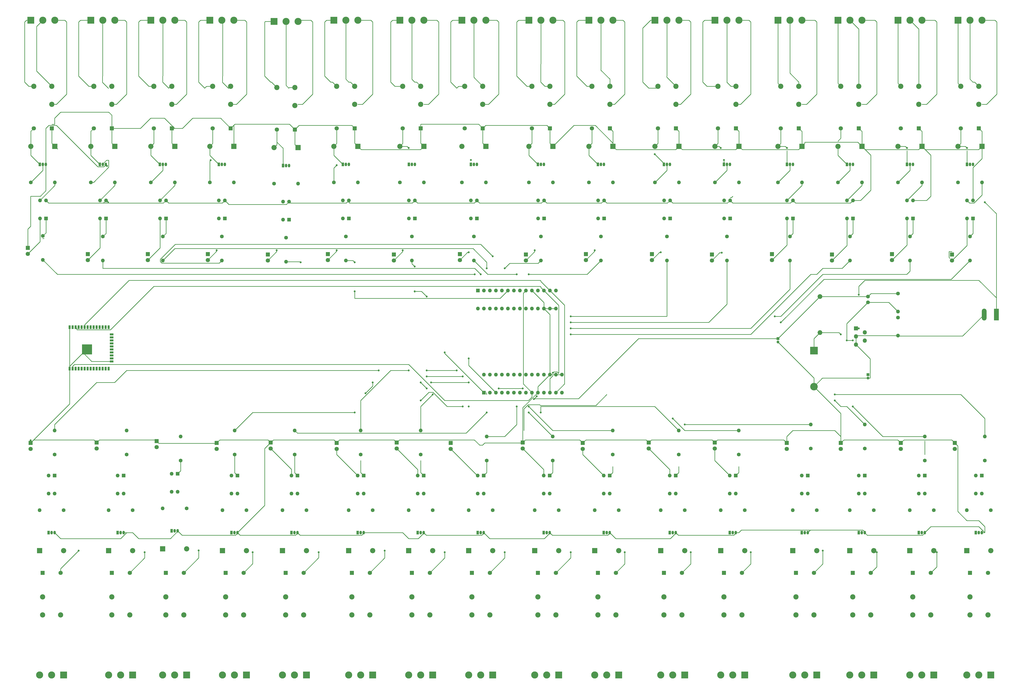
<source format=gbr>
%TF.GenerationSoftware,KiCad,Pcbnew,7.0.7*%
%TF.CreationDate,2023-09-03T02:21:54+05:00*%
%TF.ProjectId,MCUPCB,4d435550-4342-42e6-9b69-6361645f7063,rev?*%
%TF.SameCoordinates,Original*%
%TF.FileFunction,Copper,L1,Top*%
%TF.FilePolarity,Positive*%
%FSLAX46Y46*%
G04 Gerber Fmt 4.6, Leading zero omitted, Abs format (unit mm)*
G04 Created by KiCad (PCBNEW 7.0.7) date 2023-09-03 02:21:54*
%MOMM*%
%LPD*%
G01*
G04 APERTURE LIST*
%TA.AperFunction,ComponentPad*%
%ADD10R,2.200000X2.200000*%
%TD*%
%TA.AperFunction,ComponentPad*%
%ADD11O,2.200000X2.200000*%
%TD*%
%TA.AperFunction,ComponentPad*%
%ADD12C,1.800000*%
%TD*%
%TA.AperFunction,ComponentPad*%
%ADD13R,1.800000X1.800000*%
%TD*%
%TA.AperFunction,ComponentPad*%
%ADD14C,2.200000*%
%TD*%
%TA.AperFunction,ComponentPad*%
%ADD15R,1.050000X1.500000*%
%TD*%
%TA.AperFunction,ComponentPad*%
%ADD16O,1.050000X1.500000*%
%TD*%
%TA.AperFunction,ComponentPad*%
%ADD17O,1.600000X1.600000*%
%TD*%
%TA.AperFunction,ComponentPad*%
%ADD18R,1.600000X1.600000*%
%TD*%
%TA.AperFunction,ComponentPad*%
%ADD19C,3.000000*%
%TD*%
%TA.AperFunction,ComponentPad*%
%ADD20R,3.000000X3.000000*%
%TD*%
%TA.AperFunction,ComponentPad*%
%ADD21C,1.600000*%
%TD*%
%TA.AperFunction,SMDPad,CuDef*%
%ADD22R,0.900000X1.500000*%
%TD*%
%TA.AperFunction,SMDPad,CuDef*%
%ADD23R,1.500000X0.900000*%
%TD*%
%TA.AperFunction,HeatsinkPad*%
%ADD24C,0.600000*%
%TD*%
%TA.AperFunction,SMDPad,CuDef*%
%ADD25R,1.050000X1.050000*%
%TD*%
%TA.AperFunction,SMDPad,CuDef*%
%ADD26R,4.200000X4.200000*%
%TD*%
%TA.AperFunction,ComponentPad*%
%ADD27C,2.000000*%
%TD*%
%TA.AperFunction,ComponentPad*%
%ADD28O,2.000000X2.000000*%
%TD*%
%TA.AperFunction,ComponentPad*%
%ADD29O,1.800000X1.800000*%
%TD*%
%TA.AperFunction,ComponentPad*%
%ADD30O,2.020000X5.020000*%
%TD*%
%TA.AperFunction,ComponentPad*%
%ADD31R,2.020000X5.020000*%
%TD*%
%TA.AperFunction,ComponentPad*%
%ADD32R,3.200000X3.200000*%
%TD*%
%TA.AperFunction,ComponentPad*%
%ADD33O,3.200000X3.200000*%
%TD*%
%TA.AperFunction,ComponentPad*%
%ADD34R,1.200000X1.200000*%
%TD*%
%TA.AperFunction,ComponentPad*%
%ADD35C,1.200000*%
%TD*%
%TA.AperFunction,ViaPad*%
%ADD36C,0.800000*%
%TD*%
%TA.AperFunction,Conductor*%
%ADD37C,0.250000*%
%TD*%
G04 APERTURE END LIST*
D10*
%TO.P,D21,1,K*%
%TO.N,Net-(D1-K)*%
X381780000Y-121140000D03*
D11*
%TO.P,D21,2,A*%
%TO.N,Net-(D21-A)*%
X371620000Y-121140000D03*
%TD*%
D12*
%TO.P,K12,A2*%
%TO.N,Net-(D23-A)*%
X398237500Y-113520000D03*
D13*
%TO.P,K12,A1*%
%TO.N,Net-(D1-K)*%
X405857500Y-113520000D03*
D14*
%TO.P,K12,14*%
%TO.N,Net-(J12-Pin_2)*%
X405857500Y-95740000D03*
%TO.P,K12,12*%
%TO.N,Net-(J12-Pin_1)*%
X398237500Y-95740000D03*
%TO.P,K12,11*%
%TO.N,Net-(J12-Pin_3)*%
X405857500Y-103360000D03*
%TD*%
D10*
%TO.P,D15,1,K*%
%TO.N,Net-(D1-K)*%
X300042500Y-121140000D03*
D11*
%TO.P,D15,2,A*%
%TO.N,Net-(D15-A)*%
X289882500Y-121140000D03*
%TD*%
D12*
%TO.P,K14,A2*%
%TO.N,Net-(D27-A)*%
X450255000Y-113520000D03*
D13*
%TO.P,K14,A1*%
%TO.N,Net-(D1-K)*%
X457875000Y-113520000D03*
D14*
%TO.P,K14,14*%
%TO.N,Net-(J14-Pin_2)*%
X457875000Y-95740000D03*
%TO.P,K14,12*%
%TO.N,Net-(J14-Pin_1)*%
X450255000Y-95740000D03*
%TO.P,K14,11*%
%TO.N,Net-(J14-Pin_3)*%
X457875000Y-103360000D03*
%TD*%
D15*
%TO.P,Q8,1,C*%
%TO.N,Net-(D15-A)*%
X293692500Y-128760000D03*
D16*
%TO.P,Q8,2,B*%
%TO.N,Net-(Q8-B)*%
X294962500Y-128760000D03*
%TO.P,Q8,3,E*%
%TO.N,GNDREF*%
X296232500Y-128760000D03*
%TD*%
D12*
%TO.P,K15,A2*%
%TO.N,Net-(D29-A)*%
X475655000Y-113520000D03*
D13*
%TO.P,K15,A1*%
%TO.N,Net-(D1-K)*%
X483275000Y-113520000D03*
D14*
%TO.P,K15,14*%
%TO.N,Net-(J15-Pin_2)*%
X483275000Y-95740000D03*
%TO.P,K15,12*%
%TO.N,Net-(J15-Pin_1)*%
X475655000Y-95740000D03*
%TO.P,K15,11*%
%TO.N,Net-(J15-Pin_3)*%
X483275000Y-103360000D03*
%TD*%
D12*
%TO.P,K16,A2*%
%TO.N,Net-(D31-A)*%
X501055000Y-113520000D03*
D13*
%TO.P,K16,A1*%
%TO.N,Net-(D1-K)*%
X508675000Y-113520000D03*
D14*
%TO.P,K16,14*%
%TO.N,Net-(J16-Pin_2)*%
X508675000Y-95740000D03*
%TO.P,K16,12*%
%TO.N,Net-(J16-Pin_1)*%
X501055000Y-95740000D03*
%TO.P,K16,11*%
%TO.N,Net-(J16-Pin_3)*%
X508675000Y-103360000D03*
%TD*%
D12*
%TO.P,K5,A2*%
%TO.N,Net-(D9-A)*%
X211577500Y-114080000D03*
D13*
%TO.P,K5,A1*%
%TO.N,Net-(D1-K)*%
X219197500Y-114080000D03*
D14*
%TO.P,K5,14*%
%TO.N,Net-(J5-Pin_2)*%
X219197500Y-96300000D03*
%TO.P,K5,12*%
%TO.N,Net-(J5-Pin_1)*%
X211577500Y-96300000D03*
%TO.P,K5,11*%
%TO.N,Net-(J5-Pin_3)*%
X219197500Y-103920000D03*
%TD*%
D17*
%TO.P,U16,4*%
%TO.N,Net-(D1-K)*%
X506192500Y-144000000D03*
%TO.P,U16,3*%
%TO.N,Net-(R32-Pad2)*%
X503652500Y-144000000D03*
%TO.P,U16,2*%
%TO.N,Net-(D32-A)*%
X503652500Y-151620000D03*
D18*
%TO.P,U16,1*%
%TO.N,Net-(R31-Pad1)*%
X506192500Y-151620000D03*
%TD*%
D19*
%TO.P,J14,3,Pin_3*%
%TO.N,Net-(J14-Pin_3)*%
X459197500Y-67800000D03*
%TO.P,J14,2,Pin_2*%
%TO.N,Net-(J14-Pin_2)*%
X454117500Y-67800000D03*
D20*
%TO.P,J14,1,Pin_1*%
%TO.N,Net-(J14-Pin_1)*%
X449037500Y-67800000D03*
%TD*%
D16*
%TO.P,Q10,3,E*%
%TO.N,GNDREF*%
X350030000Y-128760000D03*
%TO.P,Q10,2,B*%
%TO.N,Net-(Q10-B)*%
X348760000Y-128760000D03*
D15*
%TO.P,Q10,1,C*%
%TO.N,Net-(D19-A)*%
X347490000Y-128760000D03*
%TD*%
D14*
%TO.P,K10,11*%
%TO.N,Net-(J10-Pin_3)*%
X352517500Y-103360000D03*
%TO.P,K10,12*%
%TO.N,Net-(J10-Pin_1)*%
X344897500Y-95740000D03*
%TO.P,K10,14*%
%TO.N,Net-(J10-Pin_2)*%
X352517500Y-95740000D03*
D13*
%TO.P,K10,A1*%
%TO.N,Net-(D1-K)*%
X352517500Y-113520000D03*
D12*
%TO.P,K10,A2*%
%TO.N,Net-(D19-A)*%
X344897500Y-113520000D03*
%TD*%
D17*
%TO.P,R23,2*%
%TO.N,SW12*%
X402100000Y-169400000D03*
D21*
%TO.P,R23,1*%
%TO.N,Net-(R23-Pad1)*%
X402100000Y-159240000D03*
%TD*%
D11*
%TO.P,D23,2,A*%
%TO.N,Net-(D23-A)*%
X397020000Y-121140000D03*
D10*
%TO.P,D23,1,K*%
%TO.N,Net-(D1-K)*%
X407180000Y-121140000D03*
%TD*%
D12*
%TO.P,K11,A2*%
%TO.N,Net-(D21-A)*%
X372837500Y-113520000D03*
D13*
%TO.P,K11,A1*%
%TO.N,Net-(D1-K)*%
X380457500Y-113520000D03*
D14*
%TO.P,K11,14*%
%TO.N,Net-(J11-Pin_2)*%
X380457500Y-95740000D03*
%TO.P,K11,12*%
%TO.N,Net-(J11-Pin_1)*%
X372837500Y-95740000D03*
%TO.P,K11,11*%
%TO.N,Net-(J11-Pin_3)*%
X380457500Y-103360000D03*
%TD*%
D12*
%TO.P,D24,2,A*%
%TO.N,Net-(D24-A)*%
X395697500Y-169400000D03*
D13*
%TO.P,D24,1,K*%
%TO.N,GNDREF*%
X395697500Y-166860000D03*
%TD*%
D16*
%TO.P,Q16,3,E*%
%TO.N,GNDREF*%
X506187500Y-128760000D03*
%TO.P,Q16,2,B*%
%TO.N,Net-(Q16-B)*%
X504917500Y-128760000D03*
D15*
%TO.P,Q16,1,C*%
%TO.N,Net-(D31-A)*%
X503647500Y-128760000D03*
%TD*%
D12*
%TO.P,K13,A2*%
%TO.N,Net-(D25-A)*%
X424855000Y-113520000D03*
D13*
%TO.P,K13,A1*%
%TO.N,Net-(D1-K)*%
X432475000Y-113520000D03*
D14*
%TO.P,K13,14*%
%TO.N,Net-(J13-Pin_2)*%
X432475000Y-95740000D03*
%TO.P,K13,12*%
%TO.N,Net-(J13-Pin_1)*%
X424855000Y-95740000D03*
%TO.P,K13,11*%
%TO.N,Net-(J13-Pin_3)*%
X432475000Y-103360000D03*
%TD*%
D12*
%TO.P,D26,2,A*%
%TO.N,Net-(D26-A)*%
X421097500Y-169240000D03*
D13*
%TO.P,D26,1,K*%
%TO.N,GNDREF*%
X421097500Y-166700000D03*
%TD*%
D15*
%TO.P,Q11,1,C*%
%TO.N,Net-(D21-A)*%
X375430000Y-128760000D03*
D16*
%TO.P,Q11,2,B*%
%TO.N,Net-(Q11-B)*%
X376700000Y-128760000D03*
%TO.P,Q11,3,E*%
%TO.N,GNDREF*%
X377970000Y-128760000D03*
%TD*%
D17*
%TO.P,R29,2*%
%TO.N,SW15*%
X479517500Y-169400000D03*
D21*
%TO.P,R29,1*%
%TO.N,Net-(R29-Pad1)*%
X479517500Y-159240000D03*
%TD*%
D16*
%TO.P,Q13,3,E*%
%TO.N,GNDREF*%
X429987500Y-128760000D03*
%TO.P,Q13,2,B*%
%TO.N,Net-(Q13-B)*%
X428717500Y-128760000D03*
D15*
%TO.P,Q13,1,C*%
%TO.N,Net-(D25-A)*%
X427447500Y-128760000D03*
%TD*%
%TO.P,Q6,1,C*%
%TO.N,Net-(D11-A)*%
X239487500Y-128760000D03*
D16*
%TO.P,Q6,2,B*%
%TO.N,Net-(Q6-B)*%
X240757500Y-128760000D03*
%TO.P,Q6,3,E*%
%TO.N,GNDREF*%
X242027500Y-128760000D03*
%TD*%
D15*
%TO.P,Q4,1,C*%
%TO.N,Net-(D7-A)*%
X187012500Y-128760000D03*
D16*
%TO.P,Q4,2,B*%
%TO.N,Net-(Q4-B)*%
X188282500Y-128760000D03*
%TO.P,Q4,3,E*%
%TO.N,GNDREF*%
X189552500Y-128760000D03*
%TD*%
D15*
%TO.P,Q12,1,C*%
%TO.N,Net-(D23-A)*%
X400830000Y-128760000D03*
D16*
%TO.P,Q12,2,B*%
%TO.N,Net-(Q12-B)*%
X402100000Y-128760000D03*
%TO.P,Q12,3,E*%
%TO.N,GNDREF*%
X403370000Y-128760000D03*
%TD*%
D13*
%TO.P,D20,1,K*%
%TO.N,GNDREF*%
X342357500Y-166700000D03*
D12*
%TO.P,D20,2,A*%
%TO.N,Net-(D20-A)*%
X342357500Y-169240000D03*
%TD*%
D15*
%TO.P,Q3,1,C*%
%TO.N,Net-(D5-A)*%
X162070000Y-128760000D03*
D16*
%TO.P,Q3,2,B*%
%TO.N,Net-(Q3-B)*%
X163340000Y-128760000D03*
%TO.P,Q3,3,E*%
%TO.N,GNDREF*%
X164610000Y-128760000D03*
%TD*%
D17*
%TO.P,U9,4*%
%TO.N,Net-(D1-K)*%
X324635000Y-144000000D03*
%TO.P,U9,3*%
%TO.N,Net-(R18-Pad2)*%
X322095000Y-144000000D03*
%TO.P,U9,2*%
%TO.N,Net-(D18-A)*%
X322095000Y-151620000D03*
D18*
%TO.P,U9,1*%
%TO.N,Net-(R17-Pad1)*%
X324635000Y-151620000D03*
%TD*%
D16*
%TO.P,Q1,3,E*%
%TO.N,GNDREF*%
X113810000Y-128760000D03*
%TO.P,Q1,2,B*%
%TO.N,Net-(Q1-B)*%
X112540000Y-128760000D03*
D15*
%TO.P,Q1,1,C*%
%TO.N,Net-(D1-A)*%
X111270000Y-128760000D03*
%TD*%
%TO.P,Q5,1,C*%
%TO.N,Net-(D9-A)*%
X214170000Y-129320000D03*
D16*
%TO.P,Q5,2,B*%
%TO.N,Net-(Q5-B)*%
X215440000Y-129320000D03*
%TO.P,Q5,3,E*%
%TO.N,GNDREF*%
X216710000Y-129320000D03*
%TD*%
%TO.P,Q2,3,E*%
%TO.N,GNDREF*%
X139210000Y-128760000D03*
%TO.P,Q2,2,B*%
%TO.N,Net-(Q2-B)*%
X137940000Y-128760000D03*
D15*
%TO.P,Q2,1,C*%
%TO.N,Net-(D3-A)*%
X136670000Y-128760000D03*
%TD*%
D17*
%TO.P,R12,2*%
%TO.N,Net-(R12-Pad2)*%
X245837500Y-136380000D03*
D21*
%TO.P,R12,1*%
%TO.N,Net-(Q6-B)*%
X235677500Y-136380000D03*
%TD*%
D15*
%TO.P,Q9,1,C*%
%TO.N,Net-(D17-A)*%
X322090000Y-128760000D03*
D16*
%TO.P,Q9,2,B*%
%TO.N,Net-(Q9-B)*%
X323360000Y-128760000D03*
%TO.P,Q9,3,E*%
%TO.N,GNDREF*%
X324630000Y-128760000D03*
%TD*%
%TO.P,Q15,3,E*%
%TO.N,GNDREF*%
X480787500Y-128760000D03*
%TO.P,Q15,2,B*%
%TO.N,Net-(Q15-B)*%
X479517500Y-128760000D03*
D15*
%TO.P,Q15,1,C*%
%TO.N,Net-(D29-A)*%
X478247500Y-128760000D03*
%TD*%
D17*
%TO.P,R10,2*%
%TO.N,Net-(R10-Pad2)*%
X220520000Y-136940000D03*
D21*
%TO.P,R10,1*%
%TO.N,Net-(Q5-B)*%
X210360000Y-136940000D03*
%TD*%
D13*
%TO.P,D16,1,K*%
%TO.N,GNDREF*%
X289017500Y-166700000D03*
D12*
%TO.P,D16,2,A*%
%TO.N,Net-(D16-A)*%
X289017500Y-169240000D03*
%TD*%
D16*
%TO.P,Q7,3,E*%
%TO.N,GNDREF*%
X269972500Y-128760000D03*
%TO.P,Q7,2,B*%
%TO.N,Net-(Q7-B)*%
X268702500Y-128760000D03*
D15*
%TO.P,Q7,1,C*%
%TO.N,Net-(D13-A)*%
X267432500Y-128760000D03*
%TD*%
%TO.P,Q14,1,C*%
%TO.N,Net-(D27-A)*%
X452847500Y-128760000D03*
D16*
%TO.P,Q14,2,B*%
%TO.N,Net-(Q14-B)*%
X454117500Y-128760000D03*
%TO.P,Q14,3,E*%
%TO.N,GNDREF*%
X455387500Y-128760000D03*
%TD*%
D11*
%TO.P,D11,2,A*%
%TO.N,Net-(D11-A)*%
X235677500Y-121140000D03*
D10*
%TO.P,D11,1,K*%
%TO.N,Net-(D1-K)*%
X245837500Y-121140000D03*
%TD*%
D17*
%TO.P,R2,2*%
%TO.N,Net-(R2-Pad2)*%
X117620000Y-136380000D03*
D21*
%TO.P,R2,1*%
%TO.N,Net-(Q1-B)*%
X107460000Y-136380000D03*
%TD*%
D17*
%TO.P,R3,2*%
%TO.N,SW2*%
X137940000Y-169400000D03*
D21*
%TO.P,R3,1*%
%TO.N,Net-(R3-Pad1)*%
X137940000Y-159240000D03*
%TD*%
D17*
%TO.P,R4,2*%
%TO.N,Net-(R4-Pad2)*%
X143020000Y-136380000D03*
D21*
%TO.P,R4,1*%
%TO.N,Net-(Q2-B)*%
X132860000Y-136380000D03*
%TD*%
D13*
%TO.P,D32,1,K*%
%TO.N,GNDREF*%
X497297500Y-166860000D03*
D12*
%TO.P,D32,2,A*%
%TO.N,Net-(D32-A)*%
X497297500Y-169400000D03*
%TD*%
D17*
%TO.P,R5,2*%
%TO.N,SW3*%
X163340000Y-169400000D03*
D21*
%TO.P,R5,1*%
%TO.N,Net-(R5-Pad1)*%
X163340000Y-159240000D03*
%TD*%
D11*
%TO.P,D9,2,A*%
%TO.N,Net-(D9-A)*%
X210360000Y-121700000D03*
D10*
%TO.P,D9,1,K*%
%TO.N,Net-(D1-K)*%
X220520000Y-121700000D03*
%TD*%
D17*
%TO.P,R6,2*%
%TO.N,Net-(R6-Pad2)*%
X168420000Y-136380000D03*
D21*
%TO.P,R6,1*%
%TO.N,Net-(Q3-B)*%
X158260000Y-136380000D03*
%TD*%
D17*
%TO.P,R7,2*%
%TO.N,SW4*%
X188282500Y-169400000D03*
D21*
%TO.P,R7,1*%
%TO.N,Net-(R7-Pad1)*%
X188282500Y-159240000D03*
%TD*%
D17*
%TO.P,R8,2*%
%TO.N,Net-(R8-Pad2)*%
X193362500Y-136380000D03*
D21*
%TO.P,R8,1*%
%TO.N,Net-(Q4-B)*%
X183202500Y-136380000D03*
%TD*%
D19*
%TO.P,J15,3,Pin_3*%
%TO.N,Net-(J15-Pin_3)*%
X484597500Y-67800000D03*
%TO.P,J15,2,Pin_2*%
%TO.N,Net-(J15-Pin_2)*%
X479517500Y-67800000D03*
D20*
%TO.P,J15,1,Pin_1*%
%TO.N,Net-(J15-Pin_1)*%
X474437500Y-67800000D03*
%TD*%
D13*
%TO.P,D8,1,K*%
%TO.N,GNDREF*%
X182337500Y-166700000D03*
D12*
%TO.P,D8,2,A*%
%TO.N,Net-(D8-A)*%
X182337500Y-169240000D03*
%TD*%
D11*
%TO.P,D13,2,A*%
%TO.N,Net-(D13-A)*%
X263622500Y-121140000D03*
D10*
%TO.P,D13,1,K*%
%TO.N,Net-(D1-K)*%
X273782500Y-121140000D03*
%TD*%
D12*
%TO.P,D18,2,A*%
%TO.N,Net-(D18-A)*%
X316957500Y-169400000D03*
D13*
%TO.P,D18,1,K*%
%TO.N,GNDREF*%
X316957500Y-166860000D03*
%TD*%
D11*
%TO.P,D3,2,A*%
%TO.N,Net-(D3-A)*%
X132860000Y-121140000D03*
D10*
%TO.P,D3,1,K*%
%TO.N,Net-(D1-K)*%
X143020000Y-121140000D03*
%TD*%
D12*
%TO.P,D4,2,A*%
%TO.N,Net-(D4-A)*%
X131537500Y-169240000D03*
D13*
%TO.P,D4,1,K*%
%TO.N,GNDREF*%
X131537500Y-166700000D03*
%TD*%
D10*
%TO.P,D17,1,K*%
%TO.N,Net-(D1-K)*%
X328440000Y-121140000D03*
D11*
%TO.P,D17,2,A*%
%TO.N,Net-(D17-A)*%
X318280000Y-121140000D03*
%TD*%
%TO.P,D1,2,A*%
%TO.N,Net-(D1-A)*%
X107460000Y-121140000D03*
D10*
%TO.P,D1,1,K*%
%TO.N,Net-(D1-K)*%
X117620000Y-121140000D03*
%TD*%
D12*
%TO.P,D6,2,A*%
%TO.N,Net-(D6-A)*%
X156937500Y-169240000D03*
D13*
%TO.P,D6,1,K*%
%TO.N,GNDREF*%
X156937500Y-166700000D03*
%TD*%
D11*
%TO.P,D7,2,A*%
%TO.N,Net-(D7-A)*%
X183202500Y-121140000D03*
D10*
%TO.P,D7,1,K*%
%TO.N,Net-(D1-K)*%
X193362500Y-121140000D03*
%TD*%
D11*
%TO.P,D5,2,A*%
%TO.N,Net-(D5-A)*%
X158260000Y-121140000D03*
D10*
%TO.P,D5,1,K*%
%TO.N,Net-(D1-K)*%
X168420000Y-121140000D03*
%TD*%
D12*
%TO.P,D10,2,A*%
%TO.N,Net-(D10-A)*%
X207737500Y-169400000D03*
D13*
%TO.P,D10,1,K*%
%TO.N,GNDREF*%
X207737500Y-166860000D03*
%TD*%
D12*
%TO.P,D12,2,A*%
%TO.N,Net-(D12-A)*%
X233137500Y-169240000D03*
D13*
%TO.P,D12,1,K*%
%TO.N,GNDREF*%
X233137500Y-166700000D03*
%TD*%
D11*
%TO.P,D19,2,A*%
%TO.N,Net-(D19-A)*%
X343680000Y-121140000D03*
D10*
%TO.P,D19,1,K*%
%TO.N,Net-(D1-K)*%
X353840000Y-121140000D03*
%TD*%
D13*
%TO.P,D14,1,K*%
%TO.N,GNDREF*%
X261077500Y-166860000D03*
D12*
%TO.P,D14,2,A*%
%TO.N,Net-(D14-A)*%
X261077500Y-169400000D03*
%TD*%
D13*
%TO.P,D22,1,K*%
%TO.N,GNDREF*%
X370297500Y-166700000D03*
D12*
%TO.P,D22,2,A*%
%TO.N,Net-(D22-A)*%
X370297500Y-169240000D03*
%TD*%
D19*
%TO.P,J2,3,Pin_3*%
%TO.N,Net-(J2-Pin_3)*%
X143020000Y-67800000D03*
%TO.P,J2,2,Pin_2*%
%TO.N,Net-(J2-Pin_2)*%
X137940000Y-67800000D03*
D20*
%TO.P,J2,1,Pin_1*%
%TO.N,Net-(J2-Pin_1)*%
X132860000Y-67800000D03*
%TD*%
D11*
%TO.P,D31,2,A*%
%TO.N,Net-(D31-A)*%
X499837500Y-121140000D03*
D10*
%TO.P,D31,1,K*%
%TO.N,Net-(D1-K)*%
X509997500Y-121140000D03*
%TD*%
D12*
%TO.P,D28,2,A*%
%TO.N,Net-(D28-A)*%
X446497500Y-169400000D03*
D13*
%TO.P,D28,1,K*%
%TO.N,GNDREF*%
X446497500Y-166860000D03*
%TD*%
D11*
%TO.P,D29,2,A*%
%TO.N,Net-(D29-A)*%
X474437500Y-121140000D03*
D10*
%TO.P,D29,1,K*%
%TO.N,Net-(D1-K)*%
X484597500Y-121140000D03*
%TD*%
D11*
%TO.P,D27,2,A*%
%TO.N,Net-(D27-A)*%
X449037500Y-121140000D03*
D10*
%TO.P,D27,1,K*%
%TO.N,Net-(D1-K)*%
X459197500Y-121140000D03*
%TD*%
D12*
%TO.P,D30,2,A*%
%TO.N,Net-(D30-A)*%
X471897500Y-169240000D03*
D13*
%TO.P,D30,1,K*%
%TO.N,GNDREF*%
X471897500Y-166700000D03*
%TD*%
D10*
%TO.P,D25,1,K*%
%TO.N,Net-(D1-K)*%
X433797500Y-121140000D03*
D11*
%TO.P,D25,2,A*%
%TO.N,Net-(D25-A)*%
X423637500Y-121140000D03*
%TD*%
D19*
%TO.P,J12,3,Pin_3*%
%TO.N,Net-(J12-Pin_3)*%
X407180000Y-67800000D03*
%TO.P,J12,2,Pin_2*%
%TO.N,Net-(J12-Pin_2)*%
X402100000Y-67800000D03*
D20*
%TO.P,J12,1,Pin_1*%
%TO.N,Net-(J12-Pin_1)*%
X397020000Y-67800000D03*
%TD*%
D19*
%TO.P,J9,3,Pin_3*%
%TO.N,Net-(J9-Pin_3)*%
X328440000Y-67800000D03*
%TO.P,J9,2,Pin_2*%
%TO.N,Net-(J9-Pin_2)*%
X323360000Y-67800000D03*
D20*
%TO.P,J9,1,Pin_1*%
%TO.N,Net-(J9-Pin_1)*%
X318280000Y-67800000D03*
%TD*%
%TO.P,J7,1,Pin_1*%
%TO.N,Net-(J7-Pin_1)*%
X263622500Y-67800000D03*
D19*
%TO.P,J7,2,Pin_2*%
%TO.N,Net-(J7-Pin_2)*%
X268702500Y-67800000D03*
%TO.P,J7,3,Pin_3*%
%TO.N,Net-(J7-Pin_3)*%
X273782500Y-67800000D03*
%TD*%
%TO.P,J1,3,Pin_3*%
%TO.N,Net-(J1-Pin_3)*%
X117620000Y-67800000D03*
%TO.P,J1,2,Pin_2*%
%TO.N,Net-(J1-Pin_2)*%
X112540000Y-67800000D03*
D20*
%TO.P,J1,1,Pin_1*%
%TO.N,Net-(J1-Pin_1)*%
X107460000Y-67800000D03*
%TD*%
%TO.P,J3,1,Pin_1*%
%TO.N,Net-(J3-Pin_1)*%
X158260000Y-67800000D03*
D19*
%TO.P,J3,2,Pin_2*%
%TO.N,Net-(J3-Pin_2)*%
X163340000Y-67800000D03*
%TO.P,J3,3,Pin_3*%
%TO.N,Net-(J3-Pin_3)*%
X168420000Y-67800000D03*
%TD*%
%TO.P,J4,3,Pin_3*%
%TO.N,Net-(J4-Pin_3)*%
X193362500Y-67800000D03*
%TO.P,J4,2,Pin_2*%
%TO.N,Net-(J4-Pin_2)*%
X188282500Y-67800000D03*
D20*
%TO.P,J4,1,Pin_1*%
%TO.N,Net-(J4-Pin_1)*%
X183202500Y-67800000D03*
%TD*%
D19*
%TO.P,J11,3,Pin_3*%
%TO.N,Net-(J11-Pin_3)*%
X381780000Y-67800000D03*
%TO.P,J11,2,Pin_2*%
%TO.N,Net-(J11-Pin_2)*%
X376700000Y-67800000D03*
D20*
%TO.P,J11,1,Pin_1*%
%TO.N,Net-(J11-Pin_1)*%
X371620000Y-67800000D03*
%TD*%
D19*
%TO.P,J8,3,Pin_3*%
%TO.N,Net-(J8-Pin_3)*%
X300042500Y-67800000D03*
%TO.P,J8,2,Pin_2*%
%TO.N,Net-(J8-Pin_2)*%
X294962500Y-67800000D03*
D20*
%TO.P,J8,1,Pin_1*%
%TO.N,Net-(J8-Pin_1)*%
X289882500Y-67800000D03*
%TD*%
D19*
%TO.P,J6,3,Pin_3*%
%TO.N,Net-(J6-Pin_3)*%
X245837500Y-67800000D03*
%TO.P,J6,2,Pin_2*%
%TO.N,Net-(J6-Pin_2)*%
X240757500Y-67800000D03*
D20*
%TO.P,J6,1,Pin_1*%
%TO.N,Net-(J6-Pin_1)*%
X235677500Y-67800000D03*
%TD*%
%TO.P,J10,1,Pin_1*%
%TO.N,Net-(J10-Pin_1)*%
X343680000Y-67800000D03*
D19*
%TO.P,J10,2,Pin_2*%
%TO.N,Net-(J10-Pin_2)*%
X348760000Y-67800000D03*
%TO.P,J10,3,Pin_3*%
%TO.N,Net-(J10-Pin_3)*%
X353840000Y-67800000D03*
%TD*%
%TO.P,J5,3,Pin_3*%
%TO.N,Net-(J5-Pin_3)*%
X220520000Y-68360000D03*
%TO.P,J5,2,Pin_2*%
%TO.N,Net-(J5-Pin_2)*%
X215440000Y-68360000D03*
D20*
%TO.P,J5,1,Pin_1*%
%TO.N,Net-(J5-Pin_1)*%
X210360000Y-68360000D03*
%TD*%
%TO.P,J13,1,Pin_1*%
%TO.N,Net-(J13-Pin_1)*%
X423637500Y-67800000D03*
D19*
%TO.P,J13,2,Pin_2*%
%TO.N,Net-(J13-Pin_2)*%
X428717500Y-67800000D03*
%TO.P,J13,3,Pin_3*%
%TO.N,Net-(J13-Pin_3)*%
X433797500Y-67800000D03*
%TD*%
%TO.P,J16,3,Pin_3*%
%TO.N,Net-(J16-Pin_3)*%
X509997500Y-67800000D03*
%TO.P,J16,2,Pin_2*%
%TO.N,Net-(J16-Pin_2)*%
X504917500Y-67800000D03*
D20*
%TO.P,J16,1,Pin_1*%
%TO.N,Net-(J16-Pin_1)*%
X499837500Y-67800000D03*
%TD*%
D14*
%TO.P,K7,11*%
%TO.N,Net-(J7-Pin_3)*%
X272460000Y-103360000D03*
%TO.P,K7,12*%
%TO.N,Net-(J7-Pin_1)*%
X264840000Y-95740000D03*
%TO.P,K7,14*%
%TO.N,Net-(J7-Pin_2)*%
X272460000Y-95740000D03*
D13*
%TO.P,K7,A1*%
%TO.N,Net-(D1-K)*%
X272460000Y-113520000D03*
D12*
%TO.P,K7,A2*%
%TO.N,Net-(D13-A)*%
X264840000Y-113520000D03*
%TD*%
%TO.P,K8,A2*%
%TO.N,Net-(D15-A)*%
X291100000Y-113520000D03*
D13*
%TO.P,K8,A1*%
%TO.N,Net-(D1-K)*%
X298720000Y-113520000D03*
D14*
%TO.P,K8,14*%
%TO.N,Net-(J8-Pin_2)*%
X298720000Y-95740000D03*
%TO.P,K8,12*%
%TO.N,Net-(J8-Pin_1)*%
X291100000Y-95740000D03*
%TO.P,K8,11*%
%TO.N,Net-(J8-Pin_3)*%
X298720000Y-103360000D03*
%TD*%
D12*
%TO.P,K9,A2*%
%TO.N,Net-(D17-A)*%
X319497500Y-113520000D03*
D13*
%TO.P,K9,A1*%
%TO.N,Net-(D1-K)*%
X327117500Y-113520000D03*
D14*
%TO.P,K9,14*%
%TO.N,Net-(J9-Pin_2)*%
X327117500Y-95740000D03*
%TO.P,K9,12*%
%TO.N,Net-(J9-Pin_1)*%
X319497500Y-95740000D03*
%TO.P,K9,11*%
%TO.N,Net-(J9-Pin_3)*%
X327117500Y-103360000D03*
%TD*%
%TO.P,K1,11*%
%TO.N,Net-(J1-Pin_3)*%
X116297500Y-103360000D03*
%TO.P,K1,12*%
%TO.N,Net-(J1-Pin_1)*%
X108677500Y-95740000D03*
%TO.P,K1,14*%
%TO.N,Net-(J1-Pin_2)*%
X116297500Y-95740000D03*
D13*
%TO.P,K1,A1*%
%TO.N,Net-(D1-K)*%
X116297500Y-113520000D03*
D12*
%TO.P,K1,A2*%
%TO.N,Net-(D1-A)*%
X108677500Y-113520000D03*
%TD*%
%TO.P,K4,A2*%
%TO.N,Net-(D7-A)*%
X184420000Y-113520000D03*
D13*
%TO.P,K4,A1*%
%TO.N,Net-(D1-K)*%
X192040000Y-113520000D03*
D14*
%TO.P,K4,14*%
%TO.N,Net-(J4-Pin_2)*%
X192040000Y-95740000D03*
%TO.P,K4,12*%
%TO.N,Net-(J4-Pin_1)*%
X184420000Y-95740000D03*
%TO.P,K4,11*%
%TO.N,Net-(J4-Pin_3)*%
X192040000Y-103360000D03*
%TD*%
D12*
%TO.P,K3,A2*%
%TO.N,Net-(D5-A)*%
X159477500Y-113520000D03*
D13*
%TO.P,K3,A1*%
%TO.N,Net-(D1-K)*%
X167097500Y-113520000D03*
D14*
%TO.P,K3,14*%
%TO.N,Net-(J3-Pin_2)*%
X167097500Y-95740000D03*
%TO.P,K3,12*%
%TO.N,Net-(J3-Pin_1)*%
X159477500Y-95740000D03*
%TO.P,K3,11*%
%TO.N,Net-(J3-Pin_3)*%
X167097500Y-103360000D03*
%TD*%
D12*
%TO.P,K6,A2*%
%TO.N,Net-(D11-A)*%
X236895000Y-113520000D03*
D13*
%TO.P,K6,A1*%
%TO.N,Net-(D1-K)*%
X244515000Y-113520000D03*
D14*
%TO.P,K6,14*%
%TO.N,Net-(J6-Pin_2)*%
X244515000Y-95740000D03*
%TO.P,K6,12*%
%TO.N,Net-(J6-Pin_1)*%
X236895000Y-95740000D03*
%TO.P,K6,11*%
%TO.N,Net-(J6-Pin_3)*%
X244515000Y-103360000D03*
%TD*%
D12*
%TO.P,K2,A2*%
%TO.N,Net-(D3-A)*%
X134077500Y-113520000D03*
D13*
%TO.P,K2,A1*%
%TO.N,Net-(D1-K)*%
X141697500Y-113520000D03*
D14*
%TO.P,K2,14*%
%TO.N,Net-(J2-Pin_2)*%
X141697500Y-95740000D03*
%TO.P,K2,12*%
%TO.N,Net-(J2-Pin_1)*%
X134077500Y-95740000D03*
%TO.P,K2,11*%
%TO.N,Net-(J2-Pin_3)*%
X141697500Y-103360000D03*
%TD*%
D17*
%TO.P,R1,2*%
%TO.N,SW1*%
X112540000Y-169150000D03*
D21*
%TO.P,R1,1*%
%TO.N,Net-(R1-Pad1)*%
X112540000Y-158990000D03*
%TD*%
D12*
%TO.P,D2,2,A*%
%TO.N,Net-(D2-A)*%
X106137500Y-166610000D03*
D13*
%TO.P,D2,1,K*%
%TO.N,GNDREF*%
X106137500Y-164070000D03*
%TD*%
D21*
%TO.P,R13,1*%
%TO.N,Net-(R13-Pad1)*%
X268702500Y-159240000D03*
D17*
%TO.P,R13,2*%
%TO.N,SW7*%
X268702500Y-169400000D03*
%TD*%
D21*
%TO.P,R25,1*%
%TO.N,Net-(R25-Pad1)*%
X428717500Y-159240000D03*
D17*
%TO.P,R25,2*%
%TO.N,SW13*%
X428717500Y-169400000D03*
%TD*%
%TO.P,R16,2*%
%TO.N,Net-(R16-Pad2)*%
X300042500Y-136380000D03*
D21*
%TO.P,R16,1*%
%TO.N,Net-(Q8-B)*%
X289882500Y-136380000D03*
%TD*%
%TO.P,R20,1*%
%TO.N,Net-(Q10-B)*%
X343680000Y-136380000D03*
D17*
%TO.P,R20,2*%
%TO.N,Net-(R20-Pad2)*%
X353840000Y-136380000D03*
%TD*%
%TO.P,R32,2*%
%TO.N,Net-(R32-Pad2)*%
X509997500Y-136380000D03*
D21*
%TO.P,R32,1*%
%TO.N,Net-(Q16-B)*%
X499837500Y-136380000D03*
%TD*%
D17*
%TO.P,R9,2*%
%TO.N,SW5*%
X215440000Y-169960000D03*
D21*
%TO.P,R9,1*%
%TO.N,Net-(R9-Pad1)*%
X215440000Y-159800000D03*
%TD*%
D17*
%TO.P,R22,2*%
%TO.N,Net-(R22-Pad2)*%
X381780000Y-136380000D03*
D21*
%TO.P,R22,1*%
%TO.N,Net-(Q11-B)*%
X371620000Y-136380000D03*
%TD*%
D17*
%TO.P,R11,2*%
%TO.N,SW6*%
X240757500Y-169400000D03*
D21*
%TO.P,R11,1*%
%TO.N,Net-(R11-Pad1)*%
X240757500Y-159240000D03*
%TD*%
D17*
%TO.P,R21,2*%
%TO.N,SW11*%
X376700000Y-169400000D03*
D21*
%TO.P,R21,1*%
%TO.N,Net-(R21-Pad1)*%
X376700000Y-159240000D03*
%TD*%
D17*
%TO.P,R28,2*%
%TO.N,Net-(R28-Pad2)*%
X459197500Y-136380000D03*
D21*
%TO.P,R28,1*%
%TO.N,Net-(Q14-B)*%
X449037500Y-136380000D03*
%TD*%
D17*
%TO.P,R31,2*%
%TO.N,SW16*%
X504917500Y-169400000D03*
D21*
%TO.P,R31,1*%
%TO.N,Net-(R31-Pad1)*%
X504917500Y-159240000D03*
%TD*%
D17*
%TO.P,R15,2*%
%TO.N,SW8*%
X294962500Y-169400000D03*
D21*
%TO.P,R15,1*%
%TO.N,Net-(R15-Pad1)*%
X294962500Y-159240000D03*
%TD*%
D17*
%TO.P,R18,2*%
%TO.N,Net-(R18-Pad2)*%
X328440000Y-136380000D03*
D21*
%TO.P,R18,1*%
%TO.N,Net-(Q9-B)*%
X318280000Y-136380000D03*
%TD*%
%TO.P,R14,1*%
%TO.N,Net-(Q7-B)*%
X263622500Y-136380000D03*
D17*
%TO.P,R14,2*%
%TO.N,Net-(R14-Pad2)*%
X273782500Y-136380000D03*
%TD*%
%TO.P,R17,2*%
%TO.N,SW9*%
X323360000Y-169400000D03*
D21*
%TO.P,R17,1*%
%TO.N,Net-(R17-Pad1)*%
X323360000Y-159240000D03*
%TD*%
%TO.P,R19,1*%
%TO.N,Net-(R19-Pad1)*%
X348760000Y-159240000D03*
D17*
%TO.P,R19,2*%
%TO.N,SW10*%
X348760000Y-169400000D03*
%TD*%
%TO.P,R24,2*%
%TO.N,Net-(R24-Pad2)*%
X407180000Y-136380000D03*
D21*
%TO.P,R24,1*%
%TO.N,Net-(Q12-B)*%
X397020000Y-136380000D03*
%TD*%
%TO.P,R26,1*%
%TO.N,Net-(Q13-B)*%
X423637500Y-136380000D03*
D17*
%TO.P,R26,2*%
%TO.N,Net-(R26-Pad2)*%
X433797500Y-136380000D03*
%TD*%
%TO.P,R27,2*%
%TO.N,SW14*%
X454117500Y-169400000D03*
D21*
%TO.P,R27,1*%
%TO.N,Net-(R27-Pad1)*%
X454117500Y-159240000D03*
%TD*%
D17*
%TO.P,R30,2*%
%TO.N,Net-(R30-Pad2)*%
X484597500Y-136380000D03*
D21*
%TO.P,R30,1*%
%TO.N,Net-(Q15-B)*%
X474437500Y-136380000D03*
%TD*%
D17*
%TO.P,U1,4*%
%TO.N,Net-(D1-K)*%
X113815000Y-144000000D03*
%TO.P,U1,3*%
%TO.N,Net-(R2-Pad2)*%
X111275000Y-144000000D03*
%TO.P,U1,2*%
%TO.N,Net-(D2-A)*%
X111275000Y-151620000D03*
D18*
%TO.P,U1,1*%
%TO.N,Net-(R1-Pad1)*%
X113815000Y-151620000D03*
%TD*%
D17*
%TO.P,U3,4*%
%TO.N,Net-(D1-K)*%
X164615000Y-144000000D03*
%TO.P,U3,3*%
%TO.N,Net-(R6-Pad2)*%
X162075000Y-144000000D03*
%TO.P,U3,2*%
%TO.N,Net-(D6-A)*%
X162075000Y-151620000D03*
D18*
%TO.P,U3,1*%
%TO.N,Net-(R5-Pad1)*%
X164615000Y-151620000D03*
%TD*%
D17*
%TO.P,U4,4*%
%TO.N,Net-(D1-K)*%
X189557500Y-144000000D03*
%TO.P,U4,3*%
%TO.N,Net-(R8-Pad2)*%
X187017500Y-144000000D03*
%TO.P,U4,2*%
%TO.N,Net-(D8-A)*%
X187017500Y-151620000D03*
D18*
%TO.P,U4,1*%
%TO.N,Net-(R7-Pad1)*%
X189557500Y-151620000D03*
%TD*%
D17*
%TO.P,U5,4*%
%TO.N,Net-(D1-K)*%
X216715000Y-144560000D03*
%TO.P,U5,3*%
%TO.N,Net-(R10-Pad2)*%
X214175000Y-144560000D03*
%TO.P,U5,2*%
%TO.N,Net-(D10-A)*%
X214175000Y-152180000D03*
D18*
%TO.P,U5,1*%
%TO.N,Net-(R9-Pad1)*%
X216715000Y-152180000D03*
%TD*%
D17*
%TO.P,U6,4*%
%TO.N,Net-(D1-K)*%
X242032500Y-144000000D03*
%TO.P,U6,3*%
%TO.N,Net-(R12-Pad2)*%
X239492500Y-144000000D03*
%TO.P,U6,2*%
%TO.N,Net-(D12-A)*%
X239492500Y-151620000D03*
D18*
%TO.P,U6,1*%
%TO.N,Net-(R11-Pad1)*%
X242032500Y-151620000D03*
%TD*%
D17*
%TO.P,U2,4*%
%TO.N,Net-(D1-K)*%
X139215000Y-144000000D03*
%TO.P,U2,3*%
%TO.N,Net-(R4-Pad2)*%
X136675000Y-144000000D03*
%TO.P,U2,2*%
%TO.N,Net-(D4-A)*%
X136675000Y-151620000D03*
D18*
%TO.P,U2,1*%
%TO.N,Net-(R3-Pad1)*%
X139215000Y-151620000D03*
%TD*%
D17*
%TO.P,U8,4*%
%TO.N,Net-(D1-K)*%
X296237500Y-144000000D03*
%TO.P,U8,3*%
%TO.N,Net-(R16-Pad2)*%
X293697500Y-144000000D03*
%TO.P,U8,2*%
%TO.N,Net-(D16-A)*%
X293697500Y-151620000D03*
D18*
%TO.P,U8,1*%
%TO.N,Net-(R15-Pad1)*%
X296237500Y-151620000D03*
%TD*%
%TO.P,U7,1*%
%TO.N,Net-(R13-Pad1)*%
X269977500Y-151620000D03*
D17*
%TO.P,U7,2*%
%TO.N,Net-(D14-A)*%
X267437500Y-151620000D03*
%TO.P,U7,3*%
%TO.N,Net-(R14-Pad2)*%
X267437500Y-144000000D03*
%TO.P,U7,4*%
%TO.N,Net-(D1-K)*%
X269977500Y-144000000D03*
%TD*%
%TO.P,U11,4*%
%TO.N,Net-(D1-K)*%
X377975000Y-144000000D03*
%TO.P,U11,3*%
%TO.N,Net-(R22-Pad2)*%
X375435000Y-144000000D03*
%TO.P,U11,2*%
%TO.N,Net-(D22-A)*%
X375435000Y-151620000D03*
D18*
%TO.P,U11,1*%
%TO.N,Net-(R21-Pad1)*%
X377975000Y-151620000D03*
%TD*%
D17*
%TO.P,U12,4*%
%TO.N,Net-(D1-K)*%
X403375000Y-144000000D03*
%TO.P,U12,3*%
%TO.N,Net-(R24-Pad2)*%
X400835000Y-144000000D03*
%TO.P,U12,2*%
%TO.N,Net-(D24-A)*%
X400835000Y-151620000D03*
D18*
%TO.P,U12,1*%
%TO.N,Net-(R23-Pad1)*%
X403375000Y-151620000D03*
%TD*%
D17*
%TO.P,U15,4*%
%TO.N,Net-(D1-K)*%
X480792500Y-144000000D03*
%TO.P,U15,3*%
%TO.N,Net-(R30-Pad2)*%
X478252500Y-144000000D03*
%TO.P,U15,2*%
%TO.N,Net-(D30-A)*%
X478252500Y-151620000D03*
D18*
%TO.P,U15,1*%
%TO.N,Net-(R29-Pad1)*%
X480792500Y-151620000D03*
%TD*%
D17*
%TO.P,U14,4*%
%TO.N,Net-(D1-K)*%
X455392500Y-144000000D03*
%TO.P,U14,3*%
%TO.N,Net-(R28-Pad2)*%
X452852500Y-144000000D03*
%TO.P,U14,2*%
%TO.N,Net-(D28-A)*%
X452852500Y-151620000D03*
D18*
%TO.P,U14,1*%
%TO.N,Net-(R27-Pad1)*%
X455392500Y-151620000D03*
%TD*%
%TO.P,U13,1*%
%TO.N,Net-(R25-Pad1)*%
X429992500Y-151620000D03*
D17*
%TO.P,U13,2*%
%TO.N,Net-(D26-A)*%
X427452500Y-151620000D03*
%TO.P,U13,3*%
%TO.N,Net-(R26-Pad2)*%
X427452500Y-144000000D03*
%TO.P,U13,4*%
%TO.N,Net-(D1-K)*%
X429992500Y-144000000D03*
%TD*%
D18*
%TO.P,U10,1*%
%TO.N,Net-(R19-Pad1)*%
X350035000Y-151620000D03*
D17*
%TO.P,U10,2*%
%TO.N,Net-(D20-A)*%
X347495000Y-151620000D03*
%TO.P,U10,3*%
%TO.N,Net-(R20-Pad2)*%
X347495000Y-144000000D03*
%TO.P,U10,4*%
%TO.N,Net-(D1-K)*%
X350035000Y-144000000D03*
%TD*%
D22*
%TO.P,U33,1,GND*%
%TO.N,GNDREF*%
X123855000Y-215120000D03*
%TO.P,U33,2,VDD*%
%TO.N,Net-(U33-VDD)*%
X125125000Y-215120000D03*
%TO.P,U33,3,EN*%
%TO.N,unconnected-(U33-EN-Pad3)*%
X126395000Y-215120000D03*
%TO.P,U33,4,SENSOR_VP*%
%TO.N,unconnected-(U33-SENSOR_VP-Pad4)*%
X127665000Y-215120000D03*
%TO.P,U33,5,SENSOR_VN*%
%TO.N,unconnected-(U33-SENSOR_VN-Pad5)*%
X128935000Y-215120000D03*
%TO.P,U33,6,IO34*%
%TO.N,unconnected-(U33-IO34-Pad6)*%
X130205000Y-215120000D03*
%TO.P,U33,7,IO35*%
%TO.N,unconnected-(U33-IO35-Pad7)*%
X131475000Y-215120000D03*
%TO.P,U33,8,IO32*%
%TO.N,unconnected-(U33-IO32-Pad8)*%
X132745000Y-215120000D03*
%TO.P,U33,9,IO33*%
%TO.N,unconnected-(U33-IO33-Pad9)*%
X134015000Y-215120000D03*
%TO.P,U33,10,IO25*%
%TO.N,unconnected-(U33-IO25-Pad10)*%
X135285000Y-215120000D03*
%TO.P,U33,11,IO26*%
%TO.N,unconnected-(U33-IO26-Pad11)*%
X136555000Y-215120000D03*
%TO.P,U33,12,IO27*%
%TO.N,unconnected-(U33-IO27-Pad12)*%
X137825000Y-215120000D03*
%TO.P,U33,13,IO14*%
%TO.N,unconnected-(U33-IO14-Pad13)*%
X139095000Y-215120000D03*
%TO.P,U33,14,IO12*%
%TO.N,unconnected-(U33-IO12-Pad14)*%
X140365000Y-215120000D03*
D23*
%TO.P,U33,15,GND*%
%TO.N,GNDREF*%
X141615000Y-212080000D03*
%TO.P,U33,16,IO13*%
%TO.N,unconnected-(U33-IO13-Pad16)*%
X141615000Y-210810000D03*
%TO.P,U33,17,SHD/SD2*%
%TO.N,unconnected-(U33-SHD{slash}SD2-Pad17)*%
X141615000Y-209540000D03*
%TO.P,U33,18,SWP/SD3*%
%TO.N,unconnected-(U33-SWP{slash}SD3-Pad18)*%
X141615000Y-208270000D03*
%TO.P,U33,19,SCS/CMD*%
%TO.N,unconnected-(U33-SCS{slash}CMD-Pad19)*%
X141615000Y-207000000D03*
%TO.P,U33,20,SCK/CLK*%
%TO.N,unconnected-(U33-SCK{slash}CLK-Pad20)*%
X141615000Y-205730000D03*
%TO.P,U33,21,SDO/SD0*%
%TO.N,unconnected-(U33-SDO{slash}SD0-Pad21)*%
X141615000Y-204460000D03*
%TO.P,U33,22,SDI/SD1*%
%TO.N,unconnected-(U33-SDI{slash}SD1-Pad22)*%
X141615000Y-203190000D03*
%TO.P,U33,23,IO15*%
%TO.N,unconnected-(U33-IO15-Pad23)*%
X141615000Y-201920000D03*
%TO.P,U33,24,IO2*%
%TO.N,unconnected-(U33-IO2-Pad24)*%
X141615000Y-200650000D03*
D22*
%TO.P,U33,25,IO0*%
%TO.N,unconnected-(U33-IO0-Pad25)*%
X140365000Y-197620000D03*
%TO.P,U33,26,IO4*%
%TO.N,unconnected-(U33-IO4-Pad26)*%
X139095000Y-197620000D03*
%TO.P,U33,27,IO16*%
%TO.N,unconnected-(U33-IO16-Pad27)*%
X137825000Y-197620000D03*
%TO.P,U33,28,IO17*%
%TO.N,unconnected-(U33-IO17-Pad28)*%
X136555000Y-197620000D03*
%TO.P,U33,29,IO5*%
%TO.N,unconnected-(U33-IO5-Pad29)*%
X135285000Y-197620000D03*
%TO.P,U33,30,IO18*%
%TO.N,unconnected-(U33-IO18-Pad30)*%
X134015000Y-197620000D03*
%TO.P,U33,31,IO19*%
%TO.N,unconnected-(U33-IO19-Pad31)*%
X132745000Y-197620000D03*
%TO.P,U33,32,NC*%
%TO.N,unconnected-(U33-NC-Pad32)*%
X131475000Y-197620000D03*
%TO.P,U33,33,IO21*%
%TO.N,Net-(U33-IO21)*%
X130205000Y-197620000D03*
%TO.P,U33,34,RXD0/IO3*%
%TO.N,unconnected-(U33-RXD0{slash}IO3-Pad34)*%
X128935000Y-197620000D03*
%TO.P,U33,35,TXD0/IO1*%
%TO.N,unconnected-(U33-TXD0{slash}IO1-Pad35)*%
X127665000Y-197620000D03*
%TO.P,U33,36,IO22*%
%TO.N,Net-(U33-IO22)*%
X126395000Y-197620000D03*
%TO.P,U33,37,IO23*%
%TO.N,unconnected-(U33-IO23-Pad37)*%
X125125000Y-197620000D03*
%TO.P,U33,38,GND*%
%TO.N,GNDREF*%
X123855000Y-197620000D03*
D24*
%TO.P,U33,39,GND*%
X130432500Y-208575000D03*
X132720000Y-206287500D03*
D25*
X129670000Y-208575000D03*
D24*
X129670000Y-206287500D03*
X131957500Y-208575000D03*
D25*
X132720000Y-205525000D03*
X132720000Y-207050000D03*
D24*
X132720000Y-207812500D03*
X129670000Y-207812500D03*
X130432500Y-205525000D03*
X131957500Y-207050000D03*
D25*
X131195000Y-205525000D03*
X131195000Y-208575000D03*
X132720000Y-208575000D03*
X129670000Y-205525000D03*
D24*
X131195000Y-206287500D03*
D25*
X129670000Y-207050000D03*
D24*
X131195000Y-207812500D03*
D26*
X131195000Y-207050000D03*
D24*
X131957500Y-205525000D03*
D25*
X131195000Y-207050000D03*
D24*
X130432500Y-207050000D03*
%TD*%
D12*
%TO.P,D46,2,A*%
%TO.N,Net-(D46-A)*%
X341035000Y-249120000D03*
D13*
%TO.P,D46,1,K*%
%TO.N,GNDREF*%
X341035000Y-246580000D03*
%TD*%
D27*
%TO.P,L1,1,1*%
%TO.N,Net-(U33-VDD)*%
X441417500Y-184640000D03*
D28*
%TO.P,L1,2,2*%
%TO.N,Net-(D65-K)*%
X441417500Y-199880000D03*
%TD*%
D13*
%TO.P,U36,1,VIN*%
%TO.N,Net-(D1-K)*%
X456657500Y-198160000D03*
D29*
%TO.P,U36,2,OUT*%
%TO.N,Net-(D65-K)*%
X460357500Y-199860000D03*
%TO.P,U36,3,GND*%
%TO.N,GNDREF*%
X456657500Y-201560000D03*
%TO.P,U36,4,FB*%
%TO.N,Net-(U36-FB)*%
X460357500Y-203260000D03*
%TO.P,U36,5,~{ON}/OFF*%
%TO.N,GNDREF*%
X456657500Y-204960000D03*
%TD*%
D17*
%TO.P,U35,28,GPA7*%
%TO.N,SW32*%
X299177500Y-217660000D03*
%TO.P,U35,27,GPA6*%
%TO.N,SW31*%
X301717500Y-217660000D03*
%TO.P,U35,26,GPA5*%
%TO.N,SW30*%
X304257500Y-217660000D03*
%TO.P,U35,25,GPA4*%
%TO.N,SW29*%
X306797500Y-217660000D03*
%TO.P,U35,24,GPA3*%
%TO.N,SW28*%
X309337500Y-217660000D03*
%TO.P,U35,23,GPA2*%
%TO.N,SW27*%
X311877500Y-217660000D03*
%TO.P,U35,22,GPA1*%
%TO.N,SW26*%
X314417500Y-217660000D03*
%TO.P,U35,21,GPA0*%
%TO.N,SW25*%
X316957500Y-217660000D03*
%TO.P,U35,20,INTA*%
%TO.N,unconnected-(U35-INTA-Pad20)*%
X319497500Y-217660000D03*
%TO.P,U35,19,INTB*%
%TO.N,unconnected-(U35-INTB-Pad19)*%
X322037500Y-217660000D03*
%TO.P,U35,18,~{RESET}*%
%TO.N,unconnected-(U35-~{RESET}-Pad18)*%
X324577500Y-217660000D03*
%TO.P,U35,17,A2*%
%TO.N,GNDREF*%
X327117500Y-217660000D03*
%TO.P,U35,16,A1*%
X329657500Y-217660000D03*
%TO.P,U35,15,A0*%
X332197500Y-217660000D03*
%TO.P,U35,14,NC*%
%TO.N,unconnected-(U35-NC-Pad14)*%
X332197500Y-225280000D03*
%TO.P,U35,13,SDA*%
%TO.N,Net-(U33-IO21)*%
X329657500Y-225280000D03*
%TO.P,U35,12,SCK*%
%TO.N,Net-(U33-IO22)*%
X327117500Y-225280000D03*
%TO.P,U35,11,NC*%
%TO.N,unconnected-(U35-NC-Pad11)*%
X324577500Y-225280000D03*
%TO.P,U35,10,VSS*%
%TO.N,GNDREF*%
X322037500Y-225280000D03*
%TO.P,U35,9,VDD*%
%TO.N,Net-(U33-VDD)*%
X319497500Y-225280000D03*
%TO.P,U35,8,GPB7*%
%TO.N,SW24*%
X316957500Y-225280000D03*
%TO.P,U35,7,GPB6*%
%TO.N,SW23*%
X314417500Y-225280000D03*
%TO.P,U35,6,GPB5*%
%TO.N,SW22*%
X311877500Y-225280000D03*
%TO.P,U35,5,GPB4*%
%TO.N,SW21*%
X309337500Y-225280000D03*
%TO.P,U35,4,GPB3*%
%TO.N,SW20*%
X306797500Y-225280000D03*
%TO.P,U35,3,GPB2*%
%TO.N,SW19*%
X304257500Y-225280000D03*
%TO.P,U35,2,GPB1*%
%TO.N,SW18*%
X301717500Y-225280000D03*
D18*
%TO.P,U35,1,GPB0*%
%TO.N,SW17*%
X299177500Y-225280000D03*
%TD*%
D17*
%TO.P,U34,28,GPA7*%
%TO.N,SW16*%
X296637500Y-189720000D03*
%TO.P,U34,27,GPA6*%
%TO.N,SW15*%
X299177500Y-189720000D03*
%TO.P,U34,26,GPA5*%
%TO.N,SW14*%
X301717500Y-189720000D03*
%TO.P,U34,25,GPA4*%
%TO.N,SW13*%
X304257500Y-189720000D03*
%TO.P,U34,24,GPA3*%
%TO.N,SW12*%
X306797500Y-189720000D03*
%TO.P,U34,23,GPA2*%
%TO.N,SW11*%
X309337500Y-189720000D03*
%TO.P,U34,22,GPA1*%
%TO.N,SW10*%
X311877500Y-189720000D03*
%TO.P,U34,21,GPA0*%
%TO.N,SW9*%
X314417500Y-189720000D03*
%TO.P,U34,20,INTA*%
%TO.N,unconnected-(U34-INTA-Pad20)*%
X316957500Y-189720000D03*
%TO.P,U34,19,INTB*%
%TO.N,unconnected-(U34-INTB-Pad19)*%
X319497500Y-189720000D03*
%TO.P,U34,18,~{RESET}*%
%TO.N,unconnected-(U34-~{RESET}-Pad18)*%
X322037500Y-189720000D03*
%TO.P,U34,17,A2*%
%TO.N,GNDREF*%
X324577500Y-189720000D03*
%TO.P,U34,16,A1*%
X327117500Y-189720000D03*
%TO.P,U34,15,A0*%
X329657500Y-189720000D03*
%TO.P,U34,14,NC*%
%TO.N,unconnected-(U34-NC-Pad14)*%
X329657500Y-182100000D03*
%TO.P,U34,13,SDA*%
%TO.N,Net-(U33-IO21)*%
X327117500Y-182100000D03*
%TO.P,U34,12,SCK*%
%TO.N,Net-(U33-IO22)*%
X324577500Y-182100000D03*
%TO.P,U34,11,NC*%
%TO.N,unconnected-(U34-NC-Pad11)*%
X322037500Y-182100000D03*
%TO.P,U34,10,VSS*%
%TO.N,GNDREF*%
X319497500Y-182100000D03*
%TO.P,U34,9,VDD*%
%TO.N,Net-(U33-VDD)*%
X316957500Y-182100000D03*
%TO.P,U34,8,GPB7*%
%TO.N,SW8*%
X314417500Y-182100000D03*
%TO.P,U34,7,GPB6*%
%TO.N,SW7*%
X311877500Y-182100000D03*
%TO.P,U34,6,GPB5*%
%TO.N,SW6*%
X309337500Y-182100000D03*
%TO.P,U34,5,GPB4*%
%TO.N,SW5*%
X306797500Y-182100000D03*
%TO.P,U34,4,GPB3*%
%TO.N,SW4*%
X304257500Y-182100000D03*
%TO.P,U34,3,GPB2*%
%TO.N,SW3*%
X301717500Y-182100000D03*
%TO.P,U34,2,GPB1*%
%TO.N,SW2*%
X299177500Y-182100000D03*
D18*
%TO.P,U34,1,GPB0*%
%TO.N,SW1*%
X296637500Y-182100000D03*
%TD*%
D17*
%TO.P,U32,4*%
%TO.N,Net-(D33-K)*%
X117467500Y-267980000D03*
%TO.P,U32,3*%
%TO.N,Net-(R64-Pad2)*%
X114927500Y-267980000D03*
%TO.P,U32,2*%
%TO.N,Net-(D64-A)*%
X114927500Y-260360000D03*
D18*
%TO.P,U32,1*%
%TO.N,Net-(R63-Pad1)*%
X117467500Y-260360000D03*
%TD*%
D17*
%TO.P,U31,4*%
%TO.N,Net-(D33-K)*%
X146730000Y-267980000D03*
%TO.P,U31,3*%
%TO.N,Net-(R62-Pad2)*%
X144190000Y-267980000D03*
%TO.P,U31,2*%
%TO.N,Net-(D62-A)*%
X144190000Y-260360000D03*
D18*
%TO.P,U31,1*%
%TO.N,Net-(R61-Pad1)*%
X146730000Y-260360000D03*
%TD*%
D17*
%TO.P,U30,4*%
%TO.N,Net-(D33-K)*%
X169590000Y-267200000D03*
%TO.P,U30,3*%
%TO.N,Net-(R60-Pad2)*%
X167050000Y-267200000D03*
%TO.P,U30,2*%
%TO.N,Net-(D60-A)*%
X167050000Y-259580000D03*
D18*
%TO.P,U30,1*%
%TO.N,Net-(R59-Pad1)*%
X169590000Y-259580000D03*
%TD*%
%TO.P,U29,1*%
%TO.N,Net-(R57-Pad1)*%
X194885000Y-260360000D03*
D17*
%TO.P,U29,2*%
%TO.N,Net-(D58-A)*%
X192345000Y-260360000D03*
%TO.P,U29,3*%
%TO.N,Net-(R58-Pad2)*%
X192345000Y-267980000D03*
%TO.P,U29,4*%
%TO.N,Net-(D33-K)*%
X194885000Y-267980000D03*
%TD*%
D18*
%TO.P,U28,1*%
%TO.N,Net-(R55-Pad1)*%
X220285000Y-260360000D03*
D17*
%TO.P,U28,2*%
%TO.N,Net-(D56-A)*%
X217745000Y-260360000D03*
%TO.P,U28,3*%
%TO.N,Net-(R56-Pad2)*%
X217745000Y-267980000D03*
%TO.P,U28,4*%
%TO.N,Net-(D33-K)*%
X220285000Y-267980000D03*
%TD*%
%TO.P,U27,4*%
%TO.N,Net-(D33-K)*%
X248330000Y-267980000D03*
%TO.P,U27,3*%
%TO.N,Net-(R54-Pad2)*%
X245790000Y-267980000D03*
%TO.P,U27,2*%
%TO.N,Net-(D54-A)*%
X245790000Y-260360000D03*
D18*
%TO.P,U27,1*%
%TO.N,Net-(R53-Pad1)*%
X248330000Y-260360000D03*
%TD*%
D17*
%TO.P,U26,4*%
%TO.N,Net-(D33-K)*%
X273730000Y-267980000D03*
%TO.P,U26,3*%
%TO.N,Net-(R52-Pad2)*%
X271190000Y-267980000D03*
%TO.P,U26,2*%
%TO.N,Net-(D52-A)*%
X271190000Y-260360000D03*
D18*
%TO.P,U26,1*%
%TO.N,Net-(R51-Pad1)*%
X273730000Y-260360000D03*
%TD*%
D17*
%TO.P,U25,4*%
%TO.N,Net-(D33-K)*%
X299130000Y-267980000D03*
%TO.P,U25,3*%
%TO.N,Net-(R50-Pad2)*%
X296590000Y-267980000D03*
%TO.P,U25,2*%
%TO.N,Net-(D50-A)*%
X296590000Y-260360000D03*
D18*
%TO.P,U25,1*%
%TO.N,Net-(R49-Pad1)*%
X299130000Y-260360000D03*
%TD*%
D17*
%TO.P,U24,4*%
%TO.N,Net-(D33-K)*%
X327070000Y-267980000D03*
%TO.P,U24,3*%
%TO.N,Net-(R48-Pad2)*%
X324530000Y-267980000D03*
%TO.P,U24,2*%
%TO.N,Net-(D48-A)*%
X324530000Y-260360000D03*
D18*
%TO.P,U24,1*%
%TO.N,Net-(R47-Pad1)*%
X327070000Y-260360000D03*
%TD*%
D17*
%TO.P,U23,4*%
%TO.N,Net-(D33-K)*%
X352470000Y-267980000D03*
%TO.P,U23,3*%
%TO.N,Net-(R46-Pad2)*%
X349930000Y-267980000D03*
%TO.P,U23,2*%
%TO.N,Net-(D46-A)*%
X349930000Y-260360000D03*
D18*
%TO.P,U23,1*%
%TO.N,Net-(R45-Pad1)*%
X352470000Y-260360000D03*
%TD*%
D17*
%TO.P,U22,4*%
%TO.N,Net-(D33-K)*%
X380410000Y-267980000D03*
%TO.P,U22,3*%
%TO.N,Net-(R44-Pad2)*%
X377870000Y-267980000D03*
%TO.P,U22,2*%
%TO.N,Net-(D44-A)*%
X377870000Y-260360000D03*
D18*
%TO.P,U22,1*%
%TO.N,Net-(R43-Pad1)*%
X380410000Y-260360000D03*
%TD*%
D17*
%TO.P,U21,4*%
%TO.N,Net-(D33-K)*%
X405810000Y-267980000D03*
%TO.P,U21,3*%
%TO.N,Net-(R42-Pad2)*%
X403270000Y-267980000D03*
%TO.P,U21,2*%
%TO.N,Net-(D42-A)*%
X403270000Y-260360000D03*
D18*
%TO.P,U21,1*%
%TO.N,Net-(R41-Pad1)*%
X405810000Y-260360000D03*
%TD*%
%TO.P,U20,1*%
%TO.N,Net-(R39-Pad1)*%
X436290000Y-260360000D03*
D17*
%TO.P,U20,2*%
%TO.N,Net-(D40-A)*%
X433750000Y-260360000D03*
%TO.P,U20,3*%
%TO.N,Net-(R40-Pad2)*%
X433750000Y-267980000D03*
%TO.P,U20,4*%
%TO.N,Net-(D33-K)*%
X436290000Y-267980000D03*
%TD*%
%TO.P,U19,4*%
%TO.N,Net-(D33-K)*%
X460367500Y-267980000D03*
%TO.P,U19,3*%
%TO.N,Net-(R38-Pad2)*%
X457827500Y-267980000D03*
%TO.P,U19,2*%
%TO.N,Net-(D38-A)*%
X457827500Y-260360000D03*
D18*
%TO.P,U19,1*%
%TO.N,Net-(R37-Pad1)*%
X460367500Y-260360000D03*
%TD*%
D17*
%TO.P,U18,4*%
%TO.N,Net-(D33-K)*%
X485767500Y-267980000D03*
%TO.P,U18,3*%
%TO.N,Net-(R36-Pad2)*%
X483227500Y-267980000D03*
%TO.P,U18,2*%
%TO.N,Net-(D36-A)*%
X483227500Y-260360000D03*
D18*
%TO.P,U18,1*%
%TO.N,Net-(R35-Pad1)*%
X485767500Y-260360000D03*
%TD*%
%TO.P,U17,1*%
%TO.N,Net-(R33-Pad1)*%
X509950000Y-260360000D03*
D17*
%TO.P,U17,2*%
%TO.N,Net-(D34-A)*%
X507410000Y-260360000D03*
%TO.P,U17,3*%
%TO.N,Net-(R34-Pad2)*%
X507410000Y-267980000D03*
%TO.P,U17,4*%
%TO.N,Net-(D33-K)*%
X509950000Y-267980000D03*
%TD*%
%TO.P,R66,2*%
%TO.N,Net-(U36-FB)*%
X474437500Y-190990000D03*
D21*
%TO.P,R66,1*%
%TO.N,Net-(U33-VDD)*%
X474437500Y-183370000D03*
%TD*%
D17*
%TO.P,R65,2*%
%TO.N,GNDREF*%
X474437500Y-201150000D03*
D21*
%TO.P,R65,1*%
%TO.N,Net-(U36-FB)*%
X474437500Y-193530000D03*
%TD*%
D17*
%TO.P,R64,2*%
%TO.N,Net-(R64-Pad2)*%
X111112500Y-274996750D03*
D21*
%TO.P,R64,1*%
%TO.N,Net-(Q32-B)*%
X121272500Y-274996750D03*
%TD*%
D17*
%TO.P,R63,2*%
%TO.N,SW32*%
X117515000Y-241300000D03*
D21*
%TO.P,R63,1*%
%TO.N,Net-(R63-Pad1)*%
X117515000Y-251460000D03*
%TD*%
D17*
%TO.P,R62,2*%
%TO.N,Net-(R62-Pad2)*%
X140375000Y-274996750D03*
D21*
%TO.P,R62,1*%
%TO.N,Net-(Q31-B)*%
X150535000Y-274996750D03*
%TD*%
D17*
%TO.P,R61,2*%
%TO.N,SW31*%
X147995000Y-241300000D03*
D21*
%TO.P,R61,1*%
%TO.N,Net-(R61-Pad1)*%
X147995000Y-251460000D03*
%TD*%
D17*
%TO.P,R60,2*%
%TO.N,Net-(R60-Pad2)*%
X163235000Y-274216750D03*
D21*
%TO.P,R60,1*%
%TO.N,Net-(Q30-B)*%
X173395000Y-274216750D03*
%TD*%
%TO.P,R59,1*%
%TO.N,Net-(R59-Pad1)*%
X170855000Y-254000000D03*
D17*
%TO.P,R59,2*%
%TO.N,SW30*%
X170855000Y-243840000D03*
%TD*%
D21*
%TO.P,R58,1*%
%TO.N,Net-(Q29-B)*%
X198690000Y-274996750D03*
D17*
%TO.P,R58,2*%
%TO.N,Net-(R58-Pad2)*%
X188530000Y-274996750D03*
%TD*%
%TO.P,R57,2*%
%TO.N,SW29*%
X193715000Y-241300000D03*
D21*
%TO.P,R57,1*%
%TO.N,Net-(R57-Pad1)*%
X193715000Y-251460000D03*
%TD*%
D17*
%TO.P,R56,2*%
%TO.N,Net-(R56-Pad2)*%
X213930000Y-274996750D03*
D21*
%TO.P,R56,1*%
%TO.N,Net-(Q28-B)*%
X224090000Y-274996750D03*
%TD*%
D17*
%TO.P,R55,2*%
%TO.N,SW28*%
X219115000Y-241300000D03*
D21*
%TO.P,R55,1*%
%TO.N,Net-(R55-Pad1)*%
X219115000Y-251460000D03*
%TD*%
D17*
%TO.P,R54,2*%
%TO.N,Net-(R54-Pad2)*%
X241975000Y-274996750D03*
D21*
%TO.P,R54,1*%
%TO.N,Net-(Q27-B)*%
X252135000Y-274996750D03*
%TD*%
D17*
%TO.P,R53,2*%
%TO.N,SW27*%
X247055000Y-241300000D03*
D21*
%TO.P,R53,1*%
%TO.N,Net-(R53-Pad1)*%
X247055000Y-251460000D03*
%TD*%
D17*
%TO.P,R52,2*%
%TO.N,Net-(R52-Pad2)*%
X267375000Y-274996750D03*
D21*
%TO.P,R52,1*%
%TO.N,Net-(Q26-B)*%
X277535000Y-274996750D03*
%TD*%
D17*
%TO.P,R51,2*%
%TO.N,SW26*%
X272455000Y-241300000D03*
D21*
%TO.P,R51,1*%
%TO.N,Net-(R51-Pad1)*%
X272455000Y-251460000D03*
%TD*%
D17*
%TO.P,R50,2*%
%TO.N,Net-(R50-Pad2)*%
X292775000Y-274996750D03*
D21*
%TO.P,R50,1*%
%TO.N,Net-(Q25-B)*%
X302935000Y-274996750D03*
%TD*%
D17*
%TO.P,R49,2*%
%TO.N,SW25*%
X300395000Y-243840000D03*
D21*
%TO.P,R49,1*%
%TO.N,Net-(R49-Pad1)*%
X300395000Y-254000000D03*
%TD*%
D17*
%TO.P,R48,2*%
%TO.N,Net-(R48-Pad2)*%
X320715000Y-274996750D03*
D21*
%TO.P,R48,1*%
%TO.N,Net-(Q24-B)*%
X330875000Y-274996750D03*
%TD*%
D17*
%TO.P,R47,2*%
%TO.N,SW24*%
X328335000Y-243840000D03*
D21*
%TO.P,R47,1*%
%TO.N,Net-(R47-Pad1)*%
X328335000Y-254000000D03*
%TD*%
D17*
%TO.P,R46,2*%
%TO.N,Net-(R46-Pad2)*%
X346115000Y-274996750D03*
D21*
%TO.P,R46,1*%
%TO.N,Net-(Q23-B)*%
X356275000Y-274996750D03*
%TD*%
D17*
%TO.P,R45,2*%
%TO.N,SW23*%
X353735000Y-241300000D03*
D21*
%TO.P,R45,1*%
%TO.N,Net-(R45-Pad1)*%
X353735000Y-251460000D03*
%TD*%
D17*
%TO.P,R44,2*%
%TO.N,Net-(R44-Pad2)*%
X374055000Y-274996750D03*
D21*
%TO.P,R44,1*%
%TO.N,Net-(Q22-B)*%
X384215000Y-274996750D03*
%TD*%
%TO.P,R43,1*%
%TO.N,Net-(R43-Pad1)*%
X381675000Y-251460000D03*
D17*
%TO.P,R43,2*%
%TO.N,SW22*%
X381675000Y-241300000D03*
%TD*%
%TO.P,R42,2*%
%TO.N,Net-(R42-Pad2)*%
X399455000Y-274996750D03*
D21*
%TO.P,R42,1*%
%TO.N,Net-(Q21-B)*%
X409615000Y-274996750D03*
%TD*%
D17*
%TO.P,R41,2*%
%TO.N,SW21*%
X407075000Y-241300000D03*
D21*
%TO.P,R41,1*%
%TO.N,Net-(R41-Pad1)*%
X407075000Y-251460000D03*
%TD*%
%TO.P,R40,1*%
%TO.N,Net-(Q20-B)*%
X440095000Y-274996750D03*
D17*
%TO.P,R40,2*%
%TO.N,Net-(R40-Pad2)*%
X429935000Y-274996750D03*
%TD*%
D21*
%TO.P,R39,1*%
%TO.N,Net-(R39-Pad1)*%
X437555000Y-248920000D03*
D17*
%TO.P,R39,2*%
%TO.N,SW20*%
X437555000Y-238760000D03*
%TD*%
%TO.P,R38,2*%
%TO.N,Net-(R38-Pad2)*%
X454012500Y-274996750D03*
D21*
%TO.P,R38,1*%
%TO.N,Net-(Q19-B)*%
X464172500Y-274996750D03*
%TD*%
D17*
%TO.P,R37,2*%
%TO.N,SW19*%
X460415000Y-238760000D03*
D21*
%TO.P,R37,1*%
%TO.N,Net-(R37-Pad1)*%
X460415000Y-248920000D03*
%TD*%
D17*
%TO.P,R36,2*%
%TO.N,Net-(R36-Pad2)*%
X479412500Y-274996750D03*
D21*
%TO.P,R36,1*%
%TO.N,Net-(Q18-B)*%
X489572500Y-274996750D03*
%TD*%
%TO.P,R35,1*%
%TO.N,Net-(R35-Pad1)*%
X485815000Y-254000000D03*
D17*
%TO.P,R35,2*%
%TO.N,SW18*%
X485815000Y-243840000D03*
%TD*%
D21*
%TO.P,R34,1*%
%TO.N,Net-(Q17-B)*%
X513755000Y-274996750D03*
D17*
%TO.P,R34,2*%
%TO.N,Net-(R34-Pad2)*%
X503595000Y-274996750D03*
%TD*%
D21*
%TO.P,R33,1*%
%TO.N,Net-(R33-Pad1)*%
X511215000Y-254000000D03*
D17*
%TO.P,R33,2*%
%TO.N,SW17*%
X511215000Y-243840000D03*
%TD*%
D16*
%TO.P,Q32,3,E*%
%TO.N,GNDREF*%
X117462500Y-284480000D03*
%TO.P,Q32,2,B*%
%TO.N,Net-(Q32-B)*%
X116192500Y-284480000D03*
D15*
%TO.P,Q32,1,C*%
%TO.N,Net-(D63-A)*%
X114922500Y-284480000D03*
%TD*%
D16*
%TO.P,Q31,3,E*%
%TO.N,GNDREF*%
X146725000Y-284480000D03*
%TO.P,Q31,2,B*%
%TO.N,Net-(Q31-B)*%
X145455000Y-284480000D03*
D15*
%TO.P,Q31,1,C*%
%TO.N,Net-(D61-A)*%
X144185000Y-284480000D03*
%TD*%
D16*
%TO.P,Q30,3,E*%
%TO.N,GNDREF*%
X169585000Y-283700000D03*
%TO.P,Q30,2,B*%
%TO.N,Net-(Q30-B)*%
X168315000Y-283700000D03*
D15*
%TO.P,Q30,1,C*%
%TO.N,Net-(D59-A)*%
X167045000Y-283700000D03*
%TD*%
%TO.P,Q29,1,C*%
%TO.N,Net-(D57-A)*%
X192340000Y-284480000D03*
D16*
%TO.P,Q29,2,B*%
%TO.N,Net-(Q29-B)*%
X193610000Y-284480000D03*
%TO.P,Q29,3,E*%
%TO.N,GNDREF*%
X194880000Y-284480000D03*
%TD*%
%TO.P,Q28,3,E*%
%TO.N,GNDREF*%
X220280000Y-284480000D03*
%TO.P,Q28,2,B*%
%TO.N,Net-(Q28-B)*%
X219010000Y-284480000D03*
D15*
%TO.P,Q28,1,C*%
%TO.N,Net-(D55-A)*%
X217740000Y-284480000D03*
%TD*%
D16*
%TO.P,Q27,3,E*%
%TO.N,GNDREF*%
X248325000Y-284480000D03*
%TO.P,Q27,2,B*%
%TO.N,Net-(Q27-B)*%
X247055000Y-284480000D03*
D15*
%TO.P,Q27,1,C*%
%TO.N,Net-(D53-A)*%
X245785000Y-284480000D03*
%TD*%
D16*
%TO.P,Q26,3,E*%
%TO.N,GNDREF*%
X273725000Y-284480000D03*
%TO.P,Q26,2,B*%
%TO.N,Net-(Q26-B)*%
X272455000Y-284480000D03*
D15*
%TO.P,Q26,1,C*%
%TO.N,Net-(D51-A)*%
X271185000Y-284480000D03*
%TD*%
D16*
%TO.P,Q25,3,E*%
%TO.N,GNDREF*%
X299125000Y-284480000D03*
%TO.P,Q25,2,B*%
%TO.N,Net-(Q25-B)*%
X297855000Y-284480000D03*
D15*
%TO.P,Q25,1,C*%
%TO.N,Net-(D49-A)*%
X296585000Y-284480000D03*
%TD*%
D16*
%TO.P,Q24,3,E*%
%TO.N,GNDREF*%
X327065000Y-284480000D03*
%TO.P,Q24,2,B*%
%TO.N,Net-(Q24-B)*%
X325795000Y-284480000D03*
D15*
%TO.P,Q24,1,C*%
%TO.N,Net-(D47-A)*%
X324525000Y-284480000D03*
%TD*%
D16*
%TO.P,Q23,3,E*%
%TO.N,GNDREF*%
X352465000Y-284480000D03*
%TO.P,Q23,2,B*%
%TO.N,Net-(Q23-B)*%
X351195000Y-284480000D03*
D15*
%TO.P,Q23,1,C*%
%TO.N,Net-(D45-A)*%
X349925000Y-284480000D03*
%TD*%
D16*
%TO.P,Q22,3,E*%
%TO.N,GNDREF*%
X380405000Y-284480000D03*
%TO.P,Q22,2,B*%
%TO.N,Net-(Q22-B)*%
X379135000Y-284480000D03*
D15*
%TO.P,Q22,1,C*%
%TO.N,Net-(D43-A)*%
X377865000Y-284480000D03*
%TD*%
D16*
%TO.P,Q21,3,E*%
%TO.N,GNDREF*%
X405805000Y-284480000D03*
%TO.P,Q21,2,B*%
%TO.N,Net-(Q21-B)*%
X404535000Y-284480000D03*
D15*
%TO.P,Q21,1,C*%
%TO.N,Net-(D41-A)*%
X403265000Y-284480000D03*
%TD*%
%TO.P,Q20,1,C*%
%TO.N,Net-(D39-A)*%
X433745000Y-284480000D03*
D16*
%TO.P,Q20,2,B*%
%TO.N,Net-(Q20-B)*%
X435015000Y-284480000D03*
%TO.P,Q20,3,E*%
%TO.N,GNDREF*%
X436285000Y-284480000D03*
%TD*%
%TO.P,Q19,3,E*%
%TO.N,GNDREF*%
X460362500Y-284480000D03*
%TO.P,Q19,2,B*%
%TO.N,Net-(Q19-B)*%
X459092500Y-284480000D03*
D15*
%TO.P,Q19,1,C*%
%TO.N,Net-(D37-A)*%
X457822500Y-284480000D03*
%TD*%
D16*
%TO.P,Q18,3,E*%
%TO.N,GNDREF*%
X485762500Y-284480000D03*
%TO.P,Q18,2,B*%
%TO.N,Net-(Q18-B)*%
X484492500Y-284480000D03*
D15*
%TO.P,Q18,1,C*%
%TO.N,Net-(D35-A)*%
X483222500Y-284480000D03*
%TD*%
%TO.P,Q17,1,C*%
%TO.N,Net-(D33-A)*%
X507405000Y-284480000D03*
D16*
%TO.P,Q17,2,B*%
%TO.N,Net-(Q17-B)*%
X508675000Y-284480000D03*
%TO.P,Q17,3,E*%
%TO.N,GNDREF*%
X509945000Y-284480000D03*
%TD*%
D12*
%TO.P,K32,A2*%
%TO.N,Net-(D63-A)*%
X120055000Y-301480000D03*
D13*
%TO.P,K32,A1*%
%TO.N,Net-(D33-K)*%
X112435000Y-301480000D03*
D14*
%TO.P,K32,14*%
%TO.N,Net-(J32-Pin_2)*%
X112435000Y-319260000D03*
%TO.P,K32,12*%
%TO.N,Net-(J32-Pin_1)*%
X120055000Y-319260000D03*
%TO.P,K32,11*%
%TO.N,Net-(J32-Pin_3)*%
X112435000Y-311640000D03*
%TD*%
D12*
%TO.P,K31,A2*%
%TO.N,Net-(D61-A)*%
X149317500Y-301480000D03*
D13*
%TO.P,K31,A1*%
%TO.N,Net-(D33-K)*%
X141697500Y-301480000D03*
D14*
%TO.P,K31,14*%
%TO.N,Net-(J31-Pin_2)*%
X141697500Y-319260000D03*
%TO.P,K31,12*%
%TO.N,Net-(J31-Pin_1)*%
X149317500Y-319260000D03*
%TO.P,K31,11*%
%TO.N,Net-(J31-Pin_3)*%
X141697500Y-311640000D03*
%TD*%
D12*
%TO.P,K30,A2*%
%TO.N,Net-(D59-A)*%
X172177500Y-301480000D03*
D13*
%TO.P,K30,A1*%
%TO.N,Net-(D33-K)*%
X164557500Y-301480000D03*
D14*
%TO.P,K30,14*%
%TO.N,Net-(J30-Pin_2)*%
X164557500Y-319260000D03*
%TO.P,K30,12*%
%TO.N,Net-(J30-Pin_1)*%
X172177500Y-319260000D03*
%TO.P,K30,11*%
%TO.N,Net-(J30-Pin_3)*%
X164557500Y-311640000D03*
%TD*%
%TO.P,K29,11*%
%TO.N,Net-(J29-Pin_3)*%
X189852500Y-311640000D03*
%TO.P,K29,12*%
%TO.N,Net-(J29-Pin_1)*%
X197472500Y-319260000D03*
%TO.P,K29,14*%
%TO.N,Net-(J29-Pin_2)*%
X189852500Y-319260000D03*
D13*
%TO.P,K29,A1*%
%TO.N,Net-(D33-K)*%
X189852500Y-301480000D03*
D12*
%TO.P,K29,A2*%
%TO.N,Net-(D57-A)*%
X197472500Y-301480000D03*
%TD*%
%TO.P,K28,A2*%
%TO.N,Net-(D55-A)*%
X222872500Y-301480000D03*
D13*
%TO.P,K28,A1*%
%TO.N,Net-(D33-K)*%
X215252500Y-301480000D03*
D14*
%TO.P,K28,14*%
%TO.N,Net-(J28-Pin_2)*%
X215252500Y-319260000D03*
%TO.P,K28,12*%
%TO.N,Net-(J28-Pin_1)*%
X222872500Y-319260000D03*
%TO.P,K28,11*%
%TO.N,Net-(J28-Pin_3)*%
X215252500Y-311640000D03*
%TD*%
D12*
%TO.P,K27,A2*%
%TO.N,Net-(D53-A)*%
X250917500Y-301480000D03*
D13*
%TO.P,K27,A1*%
%TO.N,Net-(D33-K)*%
X243297500Y-301480000D03*
D14*
%TO.P,K27,14*%
%TO.N,Net-(J27-Pin_2)*%
X243297500Y-319260000D03*
%TO.P,K27,12*%
%TO.N,Net-(J27-Pin_1)*%
X250917500Y-319260000D03*
%TO.P,K27,11*%
%TO.N,Net-(J27-Pin_3)*%
X243297500Y-311640000D03*
%TD*%
D12*
%TO.P,K26,A2*%
%TO.N,Net-(D51-A)*%
X276317500Y-301480000D03*
D13*
%TO.P,K26,A1*%
%TO.N,Net-(D33-K)*%
X268697500Y-301480000D03*
D14*
%TO.P,K26,14*%
%TO.N,Net-(J26-Pin_2)*%
X268697500Y-319260000D03*
%TO.P,K26,12*%
%TO.N,Net-(J26-Pin_1)*%
X276317500Y-319260000D03*
%TO.P,K26,11*%
%TO.N,Net-(J26-Pin_3)*%
X268697500Y-311640000D03*
%TD*%
D12*
%TO.P,K25,A2*%
%TO.N,Net-(D49-A)*%
X301717500Y-301480000D03*
D13*
%TO.P,K25,A1*%
%TO.N,Net-(D33-K)*%
X294097500Y-301480000D03*
D14*
%TO.P,K25,14*%
%TO.N,Net-(J25-Pin_2)*%
X294097500Y-319260000D03*
%TO.P,K25,12*%
%TO.N,Net-(J25-Pin_1)*%
X301717500Y-319260000D03*
%TO.P,K25,11*%
%TO.N,Net-(J25-Pin_3)*%
X294097500Y-311640000D03*
%TD*%
D12*
%TO.P,K24,A2*%
%TO.N,Net-(D47-A)*%
X329657500Y-301480000D03*
D13*
%TO.P,K24,A1*%
%TO.N,Net-(D33-K)*%
X322037500Y-301480000D03*
D14*
%TO.P,K24,14*%
%TO.N,Net-(J24-Pin_2)*%
X322037500Y-319260000D03*
%TO.P,K24,12*%
%TO.N,Net-(J24-Pin_1)*%
X329657500Y-319260000D03*
%TO.P,K24,11*%
%TO.N,Net-(J24-Pin_3)*%
X322037500Y-311640000D03*
%TD*%
D12*
%TO.P,K23,A2*%
%TO.N,Net-(D45-A)*%
X355057500Y-301480000D03*
D13*
%TO.P,K23,A1*%
%TO.N,Net-(D33-K)*%
X347437500Y-301480000D03*
D14*
%TO.P,K23,14*%
%TO.N,Net-(J23-Pin_2)*%
X347437500Y-319260000D03*
%TO.P,K23,12*%
%TO.N,Net-(J23-Pin_1)*%
X355057500Y-319260000D03*
%TO.P,K23,11*%
%TO.N,Net-(J23-Pin_3)*%
X347437500Y-311640000D03*
%TD*%
D12*
%TO.P,K22,A2*%
%TO.N,Net-(D43-A)*%
X382997500Y-301480000D03*
D13*
%TO.P,K22,A1*%
%TO.N,Net-(D33-K)*%
X375377500Y-301480000D03*
D14*
%TO.P,K22,14*%
%TO.N,Net-(J22-Pin_2)*%
X375377500Y-319260000D03*
%TO.P,K22,12*%
%TO.N,Net-(J22-Pin_1)*%
X382997500Y-319260000D03*
%TO.P,K22,11*%
%TO.N,Net-(J22-Pin_3)*%
X375377500Y-311640000D03*
%TD*%
D12*
%TO.P,K21,A2*%
%TO.N,Net-(D41-A)*%
X408397500Y-301480000D03*
D13*
%TO.P,K21,A1*%
%TO.N,Net-(D33-K)*%
X400777500Y-301480000D03*
D14*
%TO.P,K21,14*%
%TO.N,Net-(J21-Pin_2)*%
X400777500Y-319260000D03*
%TO.P,K21,12*%
%TO.N,Net-(J21-Pin_1)*%
X408397500Y-319260000D03*
%TO.P,K21,11*%
%TO.N,Net-(J21-Pin_3)*%
X400777500Y-311640000D03*
%TD*%
%TO.P,K20,11*%
%TO.N,Net-(J20-Pin_3)*%
X431257500Y-311640000D03*
%TO.P,K20,12*%
%TO.N,Net-(J20-Pin_1)*%
X438877500Y-319260000D03*
%TO.P,K20,14*%
%TO.N,Net-(J20-Pin_2)*%
X431257500Y-319260000D03*
D13*
%TO.P,K20,A1*%
%TO.N,Net-(D33-K)*%
X431257500Y-301480000D03*
D12*
%TO.P,K20,A2*%
%TO.N,Net-(D39-A)*%
X438877500Y-301480000D03*
%TD*%
%TO.P,K19,A2*%
%TO.N,Net-(D37-A)*%
X462955000Y-301480000D03*
D13*
%TO.P,K19,A1*%
%TO.N,Net-(D33-K)*%
X455335000Y-301480000D03*
D14*
%TO.P,K19,14*%
%TO.N,Net-(J19-Pin_2)*%
X455335000Y-319260000D03*
%TO.P,K19,12*%
%TO.N,Net-(J19-Pin_1)*%
X462955000Y-319260000D03*
%TO.P,K19,11*%
%TO.N,Net-(J19-Pin_3)*%
X455335000Y-311640000D03*
%TD*%
D12*
%TO.P,K18,A2*%
%TO.N,Net-(D35-A)*%
X488355000Y-301480000D03*
D13*
%TO.P,K18,A1*%
%TO.N,Net-(D33-K)*%
X480735000Y-301480000D03*
D14*
%TO.P,K18,14*%
%TO.N,Net-(J18-Pin_2)*%
X480735000Y-319260000D03*
%TO.P,K18,12*%
%TO.N,Net-(J18-Pin_1)*%
X488355000Y-319260000D03*
%TO.P,K18,11*%
%TO.N,Net-(J18-Pin_3)*%
X480735000Y-311640000D03*
%TD*%
%TO.P,K17,11*%
%TO.N,Net-(J17-Pin_3)*%
X504917500Y-311640000D03*
%TO.P,K17,12*%
%TO.N,Net-(J17-Pin_1)*%
X512537500Y-319260000D03*
%TO.P,K17,14*%
%TO.N,Net-(J17-Pin_2)*%
X504917500Y-319260000D03*
D13*
%TO.P,K17,A1*%
%TO.N,Net-(D33-K)*%
X504917500Y-301480000D03*
D12*
%TO.P,K17,A2*%
%TO.N,Net-(D33-A)*%
X512537500Y-301480000D03*
%TD*%
D30*
%TO.P,J33,2*%
%TO.N,GNDREF*%
X510907500Y-192260000D03*
D31*
%TO.P,J33,1*%
%TO.N,Net-(D1-K)*%
X516087500Y-192260000D03*
%TD*%
D19*
%TO.P,J32,3,Pin_3*%
%TO.N,Net-(J32-Pin_3)*%
X111112500Y-344660000D03*
%TO.P,J32,2,Pin_2*%
%TO.N,Net-(J32-Pin_2)*%
X116192500Y-344660000D03*
D20*
%TO.P,J32,1,Pin_1*%
%TO.N,Net-(J32-Pin_1)*%
X121272500Y-344660000D03*
%TD*%
D19*
%TO.P,J31,3,Pin_3*%
%TO.N,Net-(J31-Pin_3)*%
X140375000Y-344660000D03*
%TO.P,J31,2,Pin_2*%
%TO.N,Net-(J31-Pin_2)*%
X145455000Y-344660000D03*
D20*
%TO.P,J31,1,Pin_1*%
%TO.N,Net-(J31-Pin_1)*%
X150535000Y-344660000D03*
%TD*%
D19*
%TO.P,J30,3,Pin_3*%
%TO.N,Net-(J30-Pin_3)*%
X163235000Y-344660000D03*
%TO.P,J30,2,Pin_2*%
%TO.N,Net-(J30-Pin_2)*%
X168315000Y-344660000D03*
D20*
%TO.P,J30,1,Pin_1*%
%TO.N,Net-(J30-Pin_1)*%
X173395000Y-344660000D03*
%TD*%
%TO.P,J29,1,Pin_1*%
%TO.N,Net-(J29-Pin_1)*%
X198690000Y-344660000D03*
D19*
%TO.P,J29,2,Pin_2*%
%TO.N,Net-(J29-Pin_2)*%
X193610000Y-344660000D03*
%TO.P,J29,3,Pin_3*%
%TO.N,Net-(J29-Pin_3)*%
X188530000Y-344660000D03*
%TD*%
%TO.P,J28,3,Pin_3*%
%TO.N,Net-(J28-Pin_3)*%
X213930000Y-344660000D03*
%TO.P,J28,2,Pin_2*%
%TO.N,Net-(J28-Pin_2)*%
X219010000Y-344660000D03*
D20*
%TO.P,J28,1,Pin_1*%
%TO.N,Net-(J28-Pin_1)*%
X224090000Y-344660000D03*
%TD*%
D19*
%TO.P,J27,3,Pin_3*%
%TO.N,Net-(J27-Pin_3)*%
X241975000Y-344660000D03*
%TO.P,J27,2,Pin_2*%
%TO.N,Net-(J27-Pin_2)*%
X247055000Y-344660000D03*
D20*
%TO.P,J27,1,Pin_1*%
%TO.N,Net-(J27-Pin_1)*%
X252135000Y-344660000D03*
%TD*%
D19*
%TO.P,J26,3,Pin_3*%
%TO.N,Net-(J26-Pin_3)*%
X267375000Y-344660000D03*
%TO.P,J26,2,Pin_2*%
%TO.N,Net-(J26-Pin_2)*%
X272455000Y-344660000D03*
D20*
%TO.P,J26,1,Pin_1*%
%TO.N,Net-(J26-Pin_1)*%
X277535000Y-344660000D03*
%TD*%
D19*
%TO.P,J25,3,Pin_3*%
%TO.N,Net-(J25-Pin_3)*%
X292775000Y-344660000D03*
%TO.P,J25,2,Pin_2*%
%TO.N,Net-(J25-Pin_2)*%
X297855000Y-344660000D03*
D20*
%TO.P,J25,1,Pin_1*%
%TO.N,Net-(J25-Pin_1)*%
X302935000Y-344660000D03*
%TD*%
D19*
%TO.P,J24,3,Pin_3*%
%TO.N,Net-(J24-Pin_3)*%
X320715000Y-344660000D03*
%TO.P,J24,2,Pin_2*%
%TO.N,Net-(J24-Pin_2)*%
X325795000Y-344660000D03*
D20*
%TO.P,J24,1,Pin_1*%
%TO.N,Net-(J24-Pin_1)*%
X330875000Y-344660000D03*
%TD*%
D19*
%TO.P,J23,3,Pin_3*%
%TO.N,Net-(J23-Pin_3)*%
X346115000Y-344660000D03*
%TO.P,J23,2,Pin_2*%
%TO.N,Net-(J23-Pin_2)*%
X351195000Y-344660000D03*
D20*
%TO.P,J23,1,Pin_1*%
%TO.N,Net-(J23-Pin_1)*%
X356275000Y-344660000D03*
%TD*%
D19*
%TO.P,J22,3,Pin_3*%
%TO.N,Net-(J22-Pin_3)*%
X374055000Y-344660000D03*
%TO.P,J22,2,Pin_2*%
%TO.N,Net-(J22-Pin_2)*%
X379135000Y-344660000D03*
D20*
%TO.P,J22,1,Pin_1*%
%TO.N,Net-(J22-Pin_1)*%
X384215000Y-344660000D03*
%TD*%
D19*
%TO.P,J21,3,Pin_3*%
%TO.N,Net-(J21-Pin_3)*%
X399455000Y-344660000D03*
%TO.P,J21,2,Pin_2*%
%TO.N,Net-(J21-Pin_2)*%
X404535000Y-344660000D03*
D20*
%TO.P,J21,1,Pin_1*%
%TO.N,Net-(J21-Pin_1)*%
X409615000Y-344660000D03*
%TD*%
%TO.P,J20,1,Pin_1*%
%TO.N,Net-(J20-Pin_1)*%
X440095000Y-344660000D03*
D19*
%TO.P,J20,2,Pin_2*%
%TO.N,Net-(J20-Pin_2)*%
X435015000Y-344660000D03*
%TO.P,J20,3,Pin_3*%
%TO.N,Net-(J20-Pin_3)*%
X429935000Y-344660000D03*
%TD*%
%TO.P,J19,3,Pin_3*%
%TO.N,Net-(J19-Pin_3)*%
X454012500Y-344660000D03*
%TO.P,J19,2,Pin_2*%
%TO.N,Net-(J19-Pin_2)*%
X459092500Y-344660000D03*
D20*
%TO.P,J19,1,Pin_1*%
%TO.N,Net-(J19-Pin_1)*%
X464172500Y-344660000D03*
%TD*%
D19*
%TO.P,J18,3,Pin_3*%
%TO.N,Net-(J18-Pin_3)*%
X479412500Y-344660000D03*
%TO.P,J18,2,Pin_2*%
%TO.N,Net-(J18-Pin_2)*%
X484492500Y-344660000D03*
D20*
%TO.P,J18,1,Pin_1*%
%TO.N,Net-(J18-Pin_1)*%
X489572500Y-344660000D03*
%TD*%
%TO.P,J17,1,Pin_1*%
%TO.N,Net-(J17-Pin_1)*%
X513755000Y-344660000D03*
D19*
%TO.P,J17,2,Pin_2*%
%TO.N,Net-(J17-Pin_2)*%
X508675000Y-344660000D03*
%TO.P,J17,3,Pin_3*%
%TO.N,Net-(J17-Pin_3)*%
X503595000Y-344660000D03*
%TD*%
D32*
%TO.P,D65,1,K*%
%TO.N,Net-(D65-K)*%
X438877500Y-207500000D03*
D33*
%TO.P,D65,2,A*%
%TO.N,GNDREF*%
X438877500Y-222740000D03*
%TD*%
D13*
%TO.P,D64,1,K*%
%TO.N,GNDREF*%
X107355000Y-246580000D03*
D12*
%TO.P,D64,2,A*%
%TO.N,Net-(D64-A)*%
X107355000Y-249120000D03*
%TD*%
D11*
%TO.P,D63,2,A*%
%TO.N,Net-(D63-A)*%
X121272500Y-292100000D03*
D10*
%TO.P,D63,1,K*%
%TO.N,Net-(D33-K)*%
X111112500Y-292100000D03*
%TD*%
D13*
%TO.P,D62,1,K*%
%TO.N,GNDREF*%
X135295000Y-246380000D03*
D12*
%TO.P,D62,2,A*%
%TO.N,Net-(D62-A)*%
X135295000Y-248920000D03*
%TD*%
D10*
%TO.P,D61,1,K*%
%TO.N,Net-(D33-K)*%
X140375000Y-292100000D03*
D11*
%TO.P,D61,2,A*%
%TO.N,Net-(D61-A)*%
X150535000Y-292100000D03*
%TD*%
D13*
%TO.P,D60,1,K*%
%TO.N,GNDREF*%
X160695000Y-245800000D03*
D12*
%TO.P,D60,2,A*%
%TO.N,Net-(D60-A)*%
X160695000Y-248340000D03*
%TD*%
D10*
%TO.P,D59,1,K*%
%TO.N,Net-(D33-K)*%
X163235000Y-291320000D03*
D11*
%TO.P,D59,2,A*%
%TO.N,Net-(D59-A)*%
X173395000Y-291320000D03*
%TD*%
D12*
%TO.P,D58,2,A*%
%TO.N,Net-(D58-A)*%
X186095000Y-249120000D03*
D13*
%TO.P,D58,1,K*%
%TO.N,GNDREF*%
X186095000Y-246580000D03*
%TD*%
D11*
%TO.P,D57,2,A*%
%TO.N,Net-(D57-A)*%
X198690000Y-292100000D03*
D10*
%TO.P,D57,1,K*%
%TO.N,Net-(D33-K)*%
X188530000Y-292100000D03*
%TD*%
D12*
%TO.P,D56,2,A*%
%TO.N,Net-(D56-A)*%
X208955000Y-248920000D03*
D13*
%TO.P,D56,1,K*%
%TO.N,GNDREF*%
X208955000Y-246380000D03*
%TD*%
D10*
%TO.P,D55,1,K*%
%TO.N,Net-(D33-K)*%
X213930000Y-292100000D03*
D11*
%TO.P,D55,2,A*%
%TO.N,Net-(D55-A)*%
X224090000Y-292100000D03*
%TD*%
D12*
%TO.P,D54,2,A*%
%TO.N,Net-(D54-A)*%
X236895000Y-249120000D03*
D13*
%TO.P,D54,1,K*%
%TO.N,GNDREF*%
X236895000Y-246580000D03*
%TD*%
D10*
%TO.P,D53,1,K*%
%TO.N,Net-(D33-K)*%
X241975000Y-292100000D03*
D11*
%TO.P,D53,2,A*%
%TO.N,Net-(D53-A)*%
X252135000Y-292100000D03*
%TD*%
D12*
%TO.P,D52,2,A*%
%TO.N,Net-(D52-A)*%
X262295000Y-248920000D03*
D13*
%TO.P,D52,1,K*%
%TO.N,GNDREF*%
X262295000Y-246380000D03*
%TD*%
D10*
%TO.P,D51,1,K*%
%TO.N,Net-(D33-K)*%
X267375000Y-292100000D03*
D11*
%TO.P,D51,2,A*%
%TO.N,Net-(D51-A)*%
X277535000Y-292100000D03*
%TD*%
D13*
%TO.P,D50,1,K*%
%TO.N,GNDREF*%
X285155000Y-246580000D03*
D12*
%TO.P,D50,2,A*%
%TO.N,Net-(D50-A)*%
X285155000Y-249120000D03*
%TD*%
D10*
%TO.P,D49,1,K*%
%TO.N,Net-(D33-K)*%
X292775000Y-292100000D03*
D11*
%TO.P,D49,2,A*%
%TO.N,Net-(D49-A)*%
X302935000Y-292100000D03*
%TD*%
D12*
%TO.P,D48,2,A*%
%TO.N,Net-(D48-A)*%
X315635000Y-248920000D03*
D13*
%TO.P,D48,1,K*%
%TO.N,GNDREF*%
X315635000Y-246380000D03*
%TD*%
D10*
%TO.P,D47,1,K*%
%TO.N,Net-(D33-K)*%
X320715000Y-292100000D03*
D11*
%TO.P,D47,2,A*%
%TO.N,Net-(D47-A)*%
X330875000Y-292100000D03*
%TD*%
D10*
%TO.P,D45,1,K*%
%TO.N,Net-(D33-K)*%
X346115000Y-292100000D03*
D11*
%TO.P,D45,2,A*%
%TO.N,Net-(D45-A)*%
X356275000Y-292100000D03*
%TD*%
D12*
%TO.P,D44,2,A*%
%TO.N,Net-(D44-A)*%
X368975000Y-248920000D03*
D13*
%TO.P,D44,1,K*%
%TO.N,GNDREF*%
X368975000Y-246380000D03*
%TD*%
D10*
%TO.P,D43,1,K*%
%TO.N,Net-(D33-K)*%
X374055000Y-292100000D03*
D11*
%TO.P,D43,2,A*%
%TO.N,Net-(D43-A)*%
X384215000Y-292100000D03*
%TD*%
D12*
%TO.P,D42,2,A*%
%TO.N,Net-(D42-A)*%
X396915000Y-248920000D03*
D13*
%TO.P,D42,1,K*%
%TO.N,GNDREF*%
X396915000Y-246380000D03*
%TD*%
D11*
%TO.P,D41,2,A*%
%TO.N,Net-(D41-A)*%
X409615000Y-292100000D03*
D10*
%TO.P,D41,1,K*%
%TO.N,Net-(D33-K)*%
X399455000Y-292100000D03*
%TD*%
D13*
%TO.P,D40,1,K*%
%TO.N,GNDREF*%
X427395000Y-246580000D03*
D12*
%TO.P,D40,2,A*%
%TO.N,Net-(D40-A)*%
X427395000Y-249120000D03*
%TD*%
D11*
%TO.P,D39,2,A*%
%TO.N,Net-(D39-A)*%
X440095000Y-292100000D03*
D10*
%TO.P,D39,1,K*%
%TO.N,Net-(D33-K)*%
X429935000Y-292100000D03*
%TD*%
D13*
%TO.P,D38,1,K*%
%TO.N,GNDREF*%
X450255000Y-246580000D03*
D12*
%TO.P,D38,2,A*%
%TO.N,Net-(D38-A)*%
X450255000Y-249120000D03*
%TD*%
D10*
%TO.P,D37,1,K*%
%TO.N,Net-(D33-K)*%
X454012500Y-292100000D03*
D11*
%TO.P,D37,2,A*%
%TO.N,Net-(D37-A)*%
X464172500Y-292100000D03*
%TD*%
D12*
%TO.P,D36,2,A*%
%TO.N,Net-(D36-A)*%
X475655000Y-249120000D03*
D13*
%TO.P,D36,1,K*%
%TO.N,GNDREF*%
X475655000Y-246580000D03*
%TD*%
D10*
%TO.P,D35,1,K*%
%TO.N,Net-(D33-K)*%
X479412500Y-292100000D03*
D11*
%TO.P,D35,2,A*%
%TO.N,Net-(D35-A)*%
X489572500Y-292100000D03*
%TD*%
D13*
%TO.P,D34,1,K*%
%TO.N,GNDREF*%
X498515000Y-246580000D03*
D12*
%TO.P,D34,2,A*%
%TO.N,Net-(D34-A)*%
X498515000Y-249120000D03*
%TD*%
D11*
%TO.P,D33,2,A*%
%TO.N,Net-(D33-A)*%
X513755000Y-292100000D03*
D10*
%TO.P,D33,1,K*%
%TO.N,Net-(D33-K)*%
X503595000Y-292100000D03*
%TD*%
D21*
%TO.P,C4,1*%
%TO.N,Net-(U33-VDD)*%
X461737500Y-184640000D03*
%TO.P,C4,2*%
%TO.N,Net-(U36-FB)*%
X461737500Y-187140000D03*
%TD*%
D34*
%TO.P,C2,1*%
%TO.N,Net-(D1-K)*%
X461737500Y-217660000D03*
D35*
%TO.P,C2,2*%
%TO.N,GNDREF*%
X461737500Y-219160000D03*
%TD*%
D34*
%TO.P,C1,1*%
%TO.N,Net-(U33-VDD)*%
X423637500Y-202420000D03*
D35*
%TO.P,C1,2*%
%TO.N,GNDREF*%
X423637500Y-203920000D03*
%TD*%
D36*
%TO.N,SW30*%
X276810500Y-220980000D03*
X292775000Y-220980000D03*
X272455000Y-220980000D03*
X274995000Y-223520000D03*
%TO.N,SW31*%
X290235000Y-231140000D03*
X249082700Y-225547700D03*
X272455000Y-228600000D03*
X252135000Y-220980000D03*
%TO.N,SW29*%
X292775000Y-231140000D03*
X244515000Y-233680000D03*
%TO.N,SW28*%
X300395000Y-233680000D03*
%TO.N,SW32*%
X290235000Y-218440000D03*
X274995000Y-218440000D03*
X254675000Y-215900000D03*
%TO.N,SW27*%
X287695000Y-215900000D03*
X267375000Y-215900000D03*
X274995000Y-215900000D03*
%TO.N,SW18*%
X315635000Y-223520000D03*
X455335000Y-231140000D03*
X305475000Y-223520000D03*
%TO.N,SW17*%
X282615000Y-208280000D03*
X447715000Y-226060000D03*
%TO.N,SW19*%
X292775000Y-210820000D03*
X447715000Y-228600000D03*
%TO.N,SW20*%
X384215000Y-238760000D03*
%TO.N,SW21*%
X379135000Y-236220000D03*
%TO.N,SW22*%
X323255000Y-233680000D03*
%TO.N,SW23*%
X318175000Y-231140000D03*
%TO.N,SW24*%
X318175000Y-233680000D03*
%TO.N,SW25*%
X313095000Y-231140000D03*
%TO.N,SW26*%
X277535000Y-226060000D03*
%TO.N,SW11*%
X335955000Y-193040000D03*
%TO.N,SW12*%
X335955000Y-195580000D03*
%TO.N,SW13*%
X335955000Y-198120000D03*
%TO.N,SW14*%
X335955000Y-200660000D03*
%TO.N,SW15*%
X422315000Y-193040000D03*
%TO.N,SW16*%
X424855000Y-195580000D03*
%TO.N,SW10*%
X318175000Y-175260000D03*
%TO.N,SW9*%
X308015000Y-172720000D03*
%TO.N,SW8*%
X313095000Y-175260000D03*
%TO.N,SW7*%
X274995000Y-184695500D03*
X269915000Y-182500500D03*
X269915000Y-171995500D03*
%TO.N,SW6*%
X244515000Y-182500500D03*
X244515000Y-170180000D03*
%TO.N,SW5*%
X221655000Y-170180000D03*
%TO.N,SW4*%
X302935000Y-167640000D03*
%TO.N,SW3*%
X300395000Y-172720000D03*
%TO.N,SW2*%
X297855000Y-175260000D03*
%TO.N,SW1*%
X295315000Y-175260000D03*
%TO.N,Net-(U33-VDD)*%
X321498550Y-226843550D03*
X320327998Y-228014102D03*
%TO.N,Net-(D1-K)*%
X457875000Y-183915500D03*
%TO.N,Net-(U36-FB)*%
X455335000Y-203200000D03*
X452795000Y-203200000D03*
%TO.N,Net-(D1-K)*%
X457875000Y-198120000D03*
%TO.N,Net-(D65-K)*%
X450255000Y-200660000D03*
%TO.N,Net-(U33-IO22)*%
X328367669Y-216935500D03*
%TO.N,Net-(D63-A)*%
X127675000Y-292100000D03*
%TO.N,Net-(D61-A)*%
X155615000Y-292800500D03*
%TO.N,Net-(D59-A)*%
X178475000Y-292020500D03*
%TO.N,Net-(D57-A)*%
X201335000Y-292800500D03*
%TO.N,Net-(D55-A)*%
X229275000Y-292800500D03*
%TO.N,Net-(D53-A)*%
X257215000Y-292100000D03*
%TO.N,Net-(D51-A)*%
X282615000Y-292800500D03*
%TO.N,Net-(D49-A)*%
X308015000Y-292800500D03*
%TO.N,Net-(D47-A)*%
X335955000Y-292800500D03*
%TO.N,Net-(D45-A)*%
X358815000Y-292800500D03*
%TO.N,Net-(D43-A)*%
X386755000Y-292800500D03*
%TO.N,Net-(D41-A)*%
X412155000Y-292800500D03*
%TO.N,Net-(D37-A)*%
X465495000Y-292800500D03*
%TO.N,Net-(D39-A)*%
X442635000Y-292100000D03*
%TO.N,Net-(D35-A)*%
X490895000Y-292800500D03*
%TO.N,Net-(D8-A)*%
X186095000Y-165100000D03*
%TO.N,Net-(D10-A)*%
X211495000Y-165100000D03*
%TO.N,Net-(D12-A)*%
X236895000Y-165100000D03*
%TO.N,Net-(D14-A)*%
X264835000Y-165100000D03*
%TO.N,Net-(D16-A)*%
X292775000Y-165975500D03*
%TO.N,Net-(D18-A)*%
X320715000Y-165100000D03*
%TO.N,Net-(D20-A)*%
X346115000Y-165100000D03*
%TO.N,Net-(D22-A)*%
X374055000Y-165975500D03*
%TO.N,Net-(D24-A)*%
X399852521Y-166135500D03*
%TO.N,Net-(D15-A)*%
X293692500Y-126960500D03*
%TO.N,Net-(Q6-B)*%
X236895000Y-129110500D03*
%TO.N,Net-(Q4-B)*%
X183555000Y-127000000D03*
%TO.N,Net-(D13-A)*%
X267375000Y-121840500D03*
%TO.N,Net-(D21-A)*%
X371515000Y-124460000D03*
%TO.N,Net-(D23-A)*%
X400830000Y-126960500D03*
X399455000Y-121840500D03*
%TO.N,Net-(D25-A)*%
X427447500Y-121840500D03*
%TO.N,Net-(D29-A)*%
X478247500Y-121840500D03*
%TO.N,Net-(D31-A)*%
X503647500Y-121840500D03*
%TO.N,Net-(D1-K)*%
X511215000Y-144780000D03*
%TO.N,GNDREF*%
X107355000Y-245480500D03*
X123855000Y-197620000D03*
X139650500Y-129480483D03*
%TD*%
D37*
%TO.N,SW30*%
X274995000Y-223520000D02*
X272455000Y-220980000D01*
X276810500Y-220980000D02*
X292775000Y-220980000D01*
%TO.N,SW31*%
X277608503Y-225108198D02*
X283640305Y-231140000D01*
X275946802Y-225108198D02*
X277608503Y-225108198D01*
X272455000Y-228600000D02*
X275946802Y-225108198D01*
X283640305Y-231140000D02*
X290235000Y-231140000D01*
X252135000Y-222495400D02*
X249082700Y-225547700D01*
X252135000Y-220980000D02*
X252135000Y-222495400D01*
%TO.N,SW29*%
X198795000Y-236220000D02*
X201335000Y-233680000D01*
X193715000Y-241300000D02*
X198795000Y-236220000D01*
X201335000Y-233680000D02*
X244515000Y-233680000D01*
%TO.N,SW28*%
X291650000Y-242425000D02*
X300395000Y-233680000D01*
X220240000Y-242425000D02*
X291650000Y-242425000D01*
X219115000Y-241300000D02*
X220240000Y-242425000D01*
%TO.N,SW32*%
X142915000Y-220980000D02*
X147995000Y-215900000D01*
X165775000Y-215900000D02*
X254675000Y-215900000D01*
X274995000Y-218440000D02*
X290235000Y-218440000D01*
X147995000Y-215900000D02*
X165775000Y-215900000D01*
X137835000Y-220980000D02*
X142915000Y-220980000D01*
X135295000Y-220980000D02*
X137835000Y-220980000D01*
X122595000Y-233680000D02*
X135295000Y-220980000D01*
X117515000Y-238760000D02*
X122595000Y-233680000D01*
X117515000Y-241300000D02*
X117515000Y-238760000D01*
%TO.N,SW27*%
X274995000Y-215900000D02*
X287695000Y-215900000D01*
X259755000Y-215900000D02*
X267375000Y-215900000D01*
X247055000Y-228600000D02*
X259755000Y-215900000D01*
X247055000Y-241300000D02*
X247055000Y-228600000D01*
%TO.N,*%
X316085000Y-232204695D02*
X316085000Y-241300000D01*
X317874695Y-230415000D02*
X316085000Y-232204695D01*
X322793604Y-230415000D02*
X317874695Y-230415000D01*
X346565000Y-230690000D02*
X323068604Y-230690000D01*
X351195000Y-226060000D02*
X346565000Y-230690000D01*
X323068604Y-230690000D02*
X322793604Y-230415000D01*
%TO.N,SW18*%
X315635000Y-223520000D02*
X305475000Y-223520000D01*
X468035000Y-243840000D02*
X455335000Y-231140000D01*
X485815000Y-243840000D02*
X468035000Y-243840000D01*
%TO.N,*%
X485815000Y-251460000D02*
X485815000Y-245705000D01*
%TO.N,SW17*%
X282615000Y-208717500D02*
X299177500Y-225280000D01*
X282615000Y-208280000D02*
X282615000Y-208717500D01*
X501055000Y-226060000D02*
X447715000Y-226060000D01*
X511215000Y-236220000D02*
X501055000Y-226060000D01*
X511215000Y-243840000D02*
X511215000Y-236220000D01*
%TO.N,SW19*%
X292775000Y-213797500D02*
X304257500Y-225280000D01*
X450255000Y-231140000D02*
X447715000Y-228600000D01*
X452795000Y-231140000D02*
X450255000Y-231140000D01*
X292775000Y-210820000D02*
X292775000Y-213797500D01*
X460415000Y-238760000D02*
X452795000Y-231140000D01*
%TO.N,SW20*%
X437555000Y-238760000D02*
X384215000Y-238760000D01*
%TO.N,SW21*%
X384215000Y-241300000D02*
X379135000Y-236220000D01*
X407075000Y-241300000D02*
X384215000Y-241300000D01*
%TO.N,SW22*%
X323255000Y-231140000D02*
X323255000Y-233680000D01*
X371515000Y-231140000D02*
X323255000Y-231140000D01*
X381675000Y-241300000D02*
X371515000Y-231140000D01*
%TO.N,SW23*%
X328335000Y-241300000D02*
X318175000Y-231140000D01*
X353735000Y-241300000D02*
X328335000Y-241300000D01*
%TO.N,SW24*%
X328335000Y-243840000D02*
X318175000Y-233680000D01*
%TO.N,SW25*%
X313095000Y-238760000D02*
X313095000Y-231140000D01*
X310555000Y-241300000D02*
X313095000Y-238760000D01*
X308015000Y-243840000D02*
X310555000Y-241300000D01*
X300395000Y-243840000D02*
X308015000Y-243840000D01*
%TO.N,SW26*%
X272455000Y-231140000D02*
X277535000Y-226060000D01*
X272455000Y-241300000D02*
X272455000Y-231140000D01*
%TO.N,*%
X300302500Y-226060000D02*
X300302500Y-225280000D01*
X300395000Y-226060000D02*
X300302500Y-226060000D01*
%TO.N,SW11*%
X376595000Y-193040000D02*
X335955000Y-193040000D01*
X376700000Y-192935000D02*
X376595000Y-193040000D01*
X376700000Y-169400000D02*
X376700000Y-192935000D01*
%TO.N,SW12*%
X394375000Y-195580000D02*
X389295000Y-195580000D01*
X389295000Y-195580000D02*
X335955000Y-195580000D01*
X402100000Y-169400000D02*
X402100000Y-187855000D01*
X402100000Y-187855000D02*
X401995000Y-187960000D01*
X401995000Y-187960000D02*
X394375000Y-195580000D01*
%TO.N,SW13*%
X412155000Y-198120000D02*
X335955000Y-198120000D01*
X424855000Y-185420000D02*
X412155000Y-198120000D01*
X428717500Y-181557500D02*
X424855000Y-185420000D01*
X428717500Y-169400000D02*
X428717500Y-181557500D01*
%TO.N,SW14*%
X407075000Y-200660000D02*
X335955000Y-200660000D01*
X412155000Y-200660000D02*
X407075000Y-200660000D01*
X437555000Y-175260000D02*
X419775000Y-193040000D01*
X450255000Y-172720000D02*
X442635000Y-172720000D01*
X440095000Y-175260000D02*
X437555000Y-175260000D01*
X450797500Y-172720000D02*
X450255000Y-172720000D01*
X442635000Y-172720000D02*
X440095000Y-175260000D01*
X419775000Y-193040000D02*
X412155000Y-200660000D01*
X454117500Y-169400000D02*
X450797500Y-172720000D01*
%TO.N,SW15*%
X424855000Y-193040000D02*
X422315000Y-193040000D01*
X442635000Y-175260000D02*
X424855000Y-193040000D01*
X478195000Y-175260000D02*
X442635000Y-175260000D01*
X479517500Y-173937500D02*
X478195000Y-175260000D01*
X479517500Y-169400000D02*
X479517500Y-173937500D01*
%TO.N,SW16*%
X443085000Y-177350000D02*
X424855000Y-195580000D01*
X496967500Y-177350000D02*
X443085000Y-177350000D01*
X504917500Y-169400000D02*
X496967500Y-177350000D01*
%TO.N,SW10*%
X342900000Y-175260000D02*
X318175000Y-175260000D01*
X348760000Y-169400000D02*
X342900000Y-175260000D01*
%TO.N,SW9*%
X310110000Y-170625000D02*
X308015000Y-172720000D01*
X322135000Y-170625000D02*
X310110000Y-170625000D01*
X323360000Y-169400000D02*
X322135000Y-170625000D01*
%TO.N,SW8*%
X300822500Y-175260000D02*
X313095000Y-175260000D01*
X294962500Y-169400000D02*
X300822500Y-175260000D01*
%TO.N,SW7*%
X272800000Y-182500500D02*
X274995000Y-184695500D01*
X269915000Y-182500500D02*
X272800000Y-182500500D01*
X269915000Y-182500500D02*
X269915000Y-182880000D01*
X268702500Y-170783000D02*
X269915000Y-171995500D01*
X268702500Y-169400000D02*
X268702500Y-170783000D01*
%TO.N,SW6*%
X306017500Y-185420000D02*
X309337500Y-182100000D01*
X244515000Y-185420000D02*
X306017500Y-185420000D01*
X244515000Y-182500500D02*
X244515000Y-185420000D01*
X243735000Y-169400000D02*
X244515000Y-170180000D01*
X240757500Y-169400000D02*
X243735000Y-169400000D01*
%TO.N,SW5*%
X221435000Y-169960000D02*
X221655000Y-170180000D01*
X215440000Y-169960000D02*
X221435000Y-169960000D01*
%TO.N,SW4*%
X168589009Y-162560000D02*
X297855000Y-162560000D01*
X162215000Y-168934009D02*
X168589009Y-162560000D01*
X162215000Y-169865991D02*
X162215000Y-168934009D01*
X162874009Y-170525000D02*
X162215000Y-169865991D01*
X187157500Y-170525000D02*
X162874009Y-170525000D01*
X297855000Y-162560000D02*
X302935000Y-167640000D01*
X188282500Y-169400000D02*
X187157500Y-170525000D01*
%TO.N,SW3*%
X300395000Y-170180000D02*
X300395000Y-172720000D01*
X294590000Y-164375000D02*
X300395000Y-170180000D01*
X168365000Y-164375000D02*
X294590000Y-164375000D01*
X163340000Y-169400000D02*
X168365000Y-164375000D01*
%TO.N,SW2*%
X295315000Y-172720000D02*
X297855000Y-175260000D01*
X137835000Y-172720000D02*
X295315000Y-172720000D01*
X137940000Y-169400000D02*
X137940000Y-172615000D01*
X137940000Y-172615000D02*
X137835000Y-172720000D01*
%TO.N,SW1*%
X287511509Y-175260000D02*
X295315000Y-175260000D01*
X142915000Y-175260000D02*
X287511509Y-175260000D01*
X118650000Y-175260000D02*
X142915000Y-175260000D01*
X112540000Y-169150000D02*
X118650000Y-175260000D01*
%TO.N,Net-(U33-VDD)*%
X320327998Y-228014102D02*
X321498550Y-226843550D01*
X319497500Y-227183604D02*
X319497500Y-225280000D01*
X320133896Y-227820000D02*
X320327998Y-228014102D01*
%TO.N,Net-(D1-K)*%
X460415000Y-177800000D02*
X457875000Y-180340000D01*
X516087500Y-185212500D02*
X508675000Y-177800000D01*
X508675000Y-177800000D02*
X460415000Y-177800000D01*
X457875000Y-180340000D02*
X457875000Y-183915500D01*
X516087500Y-192260000D02*
X516087500Y-185212500D01*
%TO.N,Net-(U36-FB)*%
X452795000Y-203200000D02*
X455335000Y-203200000D01*
X452795000Y-196082500D02*
X452795000Y-203200000D01*
%TO.N,Net-(D1-K)*%
X457835000Y-198160000D02*
X457875000Y-198120000D01*
X456657500Y-198160000D02*
X457835000Y-198160000D01*
%TO.N,Net-(D65-K)*%
X438877500Y-202420000D02*
X438877500Y-207500000D01*
X441417500Y-199880000D02*
X438877500Y-202420000D01*
X449475000Y-199880000D02*
X450255000Y-200660000D01*
X441417500Y-199880000D02*
X449475000Y-199880000D01*
%TO.N,Net-(U36-FB)*%
X461737500Y-187140000D02*
X452795000Y-196082500D01*
X470587500Y-187140000D02*
X474437500Y-190990000D01*
X461737500Y-187140000D02*
X470587500Y-187140000D01*
%TO.N,Net-(U33-VDD)*%
X463007500Y-183370000D02*
X461737500Y-184640000D01*
X474437500Y-183370000D02*
X463007500Y-183370000D01*
X461737500Y-184640000D02*
X441417500Y-184640000D01*
X441417500Y-184640000D02*
X423637500Y-202420000D01*
X339275000Y-227820000D02*
X320133896Y-227820000D01*
X364675000Y-202420000D02*
X339275000Y-227820000D01*
X423637500Y-202420000D02*
X364675000Y-202420000D01*
%TO.N,Net-(U33-IO22)*%
X327117500Y-219360169D02*
X328367669Y-218110000D01*
X327117500Y-225280000D02*
X327117500Y-219360169D01*
X330200000Y-216535000D02*
X328768169Y-216535000D01*
X324577500Y-182100000D02*
X330875000Y-188397500D01*
X330875000Y-188397500D02*
X330875000Y-217210000D01*
X330875000Y-217210000D02*
X330200000Y-216535000D01*
X328768169Y-216535000D02*
X328367669Y-216935500D01*
%TO.N,Net-(U33-IO21)*%
X333322500Y-221615000D02*
X329657500Y-225280000D01*
X333322500Y-188305000D02*
X333322500Y-221615000D01*
X327117500Y-182100000D02*
X333322500Y-188305000D01*
%TO.N,Net-(U33-VDD)*%
X315832500Y-183225000D02*
X316957500Y-182100000D01*
X315832500Y-221615000D02*
X315832500Y-183225000D01*
X319497500Y-225280000D02*
X315832500Y-221615000D01*
X318081104Y-228600000D02*
X319497500Y-227183604D01*
X282615000Y-228600000D02*
X318081104Y-228600000D01*
X267375000Y-213360000D02*
X282615000Y-228600000D01*
X125885000Y-213360000D02*
X267375000Y-213360000D01*
X125125000Y-214120000D02*
X125885000Y-213360000D01*
X125125000Y-215120000D02*
X125125000Y-214120000D01*
%TO.N,Net-(U33-IO22)*%
X126890000Y-198115000D02*
X126395000Y-197620000D01*
X126890000Y-198695000D02*
X126890000Y-198115000D01*
X323255000Y-180777500D02*
X324577500Y-182100000D01*
X323255000Y-180340000D02*
X323255000Y-180777500D01*
X159495000Y-180340000D02*
X323255000Y-180340000D01*
X141140000Y-198695000D02*
X159495000Y-180340000D01*
X126890000Y-198695000D02*
X141140000Y-198695000D01*
%TO.N,Net-(U33-IO21)*%
X323255000Y-177800000D02*
X323255000Y-178237500D01*
X323255000Y-178237500D02*
X327117500Y-182100000D01*
X149025000Y-177800000D02*
X323255000Y-177800000D01*
X130205000Y-196620000D02*
X149025000Y-177800000D01*
X130205000Y-197620000D02*
X130205000Y-196620000D01*
%TO.N,Net-(R59-Pad1)*%
X170855000Y-258315000D02*
X169590000Y-259580000D01*
X170855000Y-254000000D02*
X170855000Y-258315000D01*
%TO.N,Net-(R57-Pad1)*%
X193715000Y-259190000D02*
X194885000Y-260360000D01*
X193715000Y-251460000D02*
X193715000Y-259190000D01*
%TO.N,Net-(R55-Pad1)*%
X219115000Y-259190000D02*
X220285000Y-260360000D01*
X219115000Y-251460000D02*
X219115000Y-259190000D01*
%TO.N,Net-(R53-Pad1)*%
X247055000Y-259085000D02*
X248330000Y-260360000D01*
X247055000Y-254000000D02*
X247055000Y-259085000D01*
%TO.N,Net-(R51-Pad1)*%
X272455000Y-259085000D02*
X273730000Y-260360000D01*
X272455000Y-254000000D02*
X272455000Y-259085000D01*
%TO.N,Net-(R49-Pad1)*%
X300395000Y-259095000D02*
X299130000Y-260360000D01*
X300395000Y-254000000D02*
X300395000Y-259095000D01*
%TO.N,Net-(R47-Pad1)*%
X328335000Y-259095000D02*
X327070000Y-260360000D01*
X328335000Y-254000000D02*
X328335000Y-259095000D01*
%TO.N,Net-(D56-A)*%
X217745000Y-257710000D02*
X217745000Y-260360000D01*
X208955000Y-248920000D02*
X217745000Y-257710000D01*
%TO.N,Net-(D54-A)*%
X236895000Y-251465000D02*
X245790000Y-260360000D01*
X236895000Y-249120000D02*
X236895000Y-251465000D01*
%TO.N,Net-(D50-A)*%
X296395000Y-260360000D02*
X296590000Y-260360000D01*
X285155000Y-249120000D02*
X296395000Y-260360000D01*
%TO.N,Net-(D52-A)*%
X271190000Y-257815000D02*
X271190000Y-260360000D01*
X262295000Y-248920000D02*
X271190000Y-257815000D01*
%TO.N,Net-(D48-A)*%
X324530000Y-257815000D02*
X324530000Y-260360000D01*
X315635000Y-248920000D02*
X324530000Y-257815000D01*
%TO.N,Net-(D42-A)*%
X396915000Y-254005000D02*
X403270000Y-260360000D01*
X396915000Y-248920000D02*
X396915000Y-254005000D01*
%TO.N,Net-(D44-A)*%
X377870000Y-257815000D02*
X377870000Y-260360000D01*
X368975000Y-248920000D02*
X377870000Y-257815000D01*
%TO.N,Net-(D46-A)*%
X341035000Y-251465000D02*
X349930000Y-260360000D01*
X341035000Y-249120000D02*
X341035000Y-251465000D01*
%TO.N,Net-(R41-Pad1)*%
X407075000Y-259095000D02*
X405810000Y-260360000D01*
X407075000Y-256540000D02*
X407075000Y-259095000D01*
%TO.N,Net-(R43-Pad1)*%
X381675000Y-259095000D02*
X380410000Y-260360000D01*
X381675000Y-256540000D02*
X381675000Y-259095000D01*
%TO.N,Net-(R45-Pad1)*%
X352470000Y-260345000D02*
X352470000Y-260360000D01*
X353735000Y-259080000D02*
X352470000Y-260345000D01*
X353735000Y-256540000D02*
X353735000Y-259080000D01*
%TO.N,Net-(D63-A)*%
X120055000Y-299720000D02*
X120055000Y-301480000D01*
X127675000Y-292100000D02*
X120055000Y-299720000D01*
%TO.N,Net-(D61-A)*%
X155615000Y-292800500D02*
X155615000Y-295182500D01*
X155615000Y-295182500D02*
X149317500Y-301480000D01*
%TO.N,Net-(D59-A)*%
X178475000Y-295182500D02*
X172177500Y-301480000D01*
X178475000Y-292020500D02*
X178475000Y-295182500D01*
%TO.N,Net-(D57-A)*%
X201335000Y-297617500D02*
X197472500Y-301480000D01*
X201335000Y-292800500D02*
X201335000Y-297617500D01*
%TO.N,Net-(D55-A)*%
X229275000Y-295077500D02*
X222872500Y-301480000D01*
X229275000Y-292800500D02*
X229275000Y-295077500D01*
%TO.N,Net-(D53-A)*%
X257215000Y-295182500D02*
X250917500Y-301480000D01*
X257215000Y-292100000D02*
X257215000Y-295182500D01*
%TO.N,Net-(D51-A)*%
X282615000Y-295182500D02*
X276317500Y-301480000D01*
X282615000Y-292800500D02*
X282615000Y-295182500D01*
%TO.N,Net-(D49-A)*%
X308015000Y-292800500D02*
X308015000Y-295182500D01*
X308015000Y-295182500D02*
X301717500Y-301480000D01*
%TO.N,Net-(D47-A)*%
X335955000Y-295182500D02*
X329657500Y-301480000D01*
X335955000Y-292800500D02*
X335955000Y-295182500D01*
%TO.N,Net-(D45-A)*%
X358815000Y-292800500D02*
X358815000Y-297722500D01*
X358815000Y-297722500D02*
X355057500Y-301480000D01*
%TO.N,Net-(D43-A)*%
X386755000Y-297722500D02*
X382997500Y-301480000D01*
X386755000Y-292800500D02*
X386755000Y-297722500D01*
%TO.N,Net-(D41-A)*%
X412155000Y-292800500D02*
X412155000Y-297722500D01*
X412155000Y-297722500D02*
X408397500Y-301480000D01*
%TO.N,Net-(D37-A)*%
X465495000Y-292800500D02*
X465495000Y-298940000D01*
X465495000Y-298940000D02*
X462955000Y-301480000D01*
%TO.N,Net-(D39-A)*%
X442635000Y-297722500D02*
X438877500Y-301480000D01*
X442635000Y-292100000D02*
X442635000Y-297722500D01*
%TO.N,Net-(D35-A)*%
X490895000Y-298940000D02*
X488355000Y-301480000D01*
X490895000Y-292800500D02*
X490895000Y-298940000D01*
%TO.N,Net-(D8-A)*%
X186095000Y-165100000D02*
X186095000Y-165482500D01*
X186095000Y-165482500D02*
X182337500Y-169240000D01*
%TO.N,Net-(D10-A)*%
X211495000Y-165100000D02*
X211495000Y-165642500D01*
X211495000Y-165642500D02*
X207737500Y-169400000D01*
%TO.N,Net-(D12-A)*%
X236895000Y-165100000D02*
X236895000Y-165482500D01*
X236895000Y-165482500D02*
X233137500Y-169240000D01*
%TO.N,Net-(D14-A)*%
X264835000Y-165642500D02*
X261077500Y-169400000D01*
X264835000Y-165100000D02*
X264835000Y-165642500D01*
%TO.N,Net-(D16-A)*%
X292282000Y-165975500D02*
X289017500Y-169240000D01*
X292775000Y-165975500D02*
X292282000Y-165975500D01*
%TO.N,Net-(D18-A)*%
X320715000Y-165642500D02*
X316957500Y-169400000D01*
X320715000Y-165100000D02*
X320715000Y-165642500D01*
%TO.N,Net-(D20-A)*%
X346115000Y-165482500D02*
X342357500Y-169240000D01*
X346115000Y-165100000D02*
X346115000Y-165482500D01*
%TO.N,Net-(D22-A)*%
X374055000Y-165975500D02*
X373562000Y-165975500D01*
X373562000Y-165975500D02*
X370297500Y-169240000D01*
%TO.N,Net-(D24-A)*%
X398962000Y-166135500D02*
X395697500Y-169400000D01*
X399852521Y-166135500D02*
X398962000Y-166135500D01*
%TO.N,Net-(Q6-B)*%
X236895000Y-129110500D02*
X235677500Y-130328000D01*
X235677500Y-130328000D02*
X235677500Y-136380000D01*
%TO.N,Net-(Q4-B)*%
X183202500Y-127352500D02*
X183202500Y-136380000D01*
X183555000Y-127000000D02*
X183202500Y-127352500D01*
%TO.N,Net-(Q3-B)*%
X163340000Y-131300000D02*
X158260000Y-136380000D01*
X163340000Y-128760000D02*
X163340000Y-131300000D01*
%TO.N,Net-(D5-A)*%
X158260000Y-124950000D02*
X162070000Y-128760000D01*
X158260000Y-121140000D02*
X158260000Y-124950000D01*
X159477500Y-113520000D02*
X159477500Y-119922500D01*
X159477500Y-119922500D02*
X158260000Y-121140000D01*
%TO.N,Net-(D7-A)*%
X184420000Y-119922500D02*
X183202500Y-121140000D01*
X184420000Y-113520000D02*
X184420000Y-119922500D01*
X183202500Y-124950000D02*
X187012500Y-128760000D01*
X183202500Y-121140000D02*
X183202500Y-124950000D01*
%TO.N,Net-(D9-A)*%
X211577500Y-119380000D02*
X214170000Y-121972500D01*
X211577500Y-119380000D02*
X211577500Y-120482500D01*
X211577500Y-114080000D02*
X211577500Y-119380000D01*
X214170000Y-121972500D02*
X214170000Y-129320000D01*
X211577500Y-120482500D02*
X210360000Y-121700000D01*
%TO.N,Net-(D1-K)*%
X219197500Y-120377500D02*
X220520000Y-121700000D01*
X219197500Y-114080000D02*
X219197500Y-120377500D01*
X193757500Y-111802500D02*
X193800000Y-111760000D01*
X193757500Y-111802500D02*
X193362500Y-112197500D01*
X192040000Y-113520000D02*
X193757500Y-111802500D01*
X193362500Y-112197500D02*
X193362500Y-121140000D01*
X167097500Y-119817500D02*
X168420000Y-121140000D01*
X167097500Y-113520000D02*
X167097500Y-119817500D01*
X116297500Y-119817500D02*
X117620000Y-121140000D01*
X116297500Y-113520000D02*
X116297500Y-119817500D01*
X117515000Y-111845000D02*
X116297500Y-111845000D01*
X117515000Y-109220000D02*
X117515000Y-111845000D01*
X140375000Y-106680000D02*
X120055000Y-106680000D01*
X141697500Y-108002500D02*
X140375000Y-106680000D01*
X120055000Y-106680000D02*
X117515000Y-109220000D01*
X141697500Y-113520000D02*
X141697500Y-108002500D01*
X153855000Y-113520000D02*
X141697500Y-113520000D01*
X164015000Y-109220000D02*
X158155000Y-109220000D01*
X158155000Y-109220000D02*
X153855000Y-113520000D01*
X168315000Y-113520000D02*
X164015000Y-109220000D01*
X168315000Y-113520000D02*
X167097500Y-113520000D01*
X171635000Y-113520000D02*
X168315000Y-113520000D01*
X175935000Y-109220000D02*
X171635000Y-113520000D01*
X187740000Y-109220000D02*
X175935000Y-109220000D01*
X192040000Y-113520000D02*
X187740000Y-109220000D01*
X216877500Y-111760000D02*
X219197500Y-114080000D01*
X193800000Y-111760000D02*
X216877500Y-111760000D01*
X220982500Y-112295000D02*
X219197500Y-114080000D01*
X244515000Y-113520000D02*
X243290000Y-112295000D01*
X243290000Y-112295000D02*
X220982500Y-112295000D01*
%TO.N,Net-(D11-A)*%
X235677500Y-124950000D02*
X239487500Y-128760000D01*
X235677500Y-121140000D02*
X235677500Y-124950000D01*
X236895000Y-113520000D02*
X236895000Y-119922500D01*
X236895000Y-119922500D02*
X235677500Y-121140000D01*
%TO.N,Net-(D13-A)*%
X266674500Y-121140000D02*
X267375000Y-121840500D01*
X263622500Y-121140000D02*
X266674500Y-121140000D01*
X264840000Y-119922500D02*
X263622500Y-121140000D01*
X264840000Y-113520000D02*
X264840000Y-119922500D01*
%TO.N,Net-(D1-K)*%
X244515000Y-119817500D02*
X245837500Y-121140000D01*
X244515000Y-113520000D02*
X244515000Y-119817500D01*
X272357500Y-122565000D02*
X247262500Y-122565000D01*
X273782500Y-121140000D02*
X272357500Y-122565000D01*
X247262500Y-122565000D02*
X245837500Y-121140000D01*
X272460000Y-119817500D02*
X273782500Y-121140000D01*
X272460000Y-113520000D02*
X272460000Y-119817500D01*
X272460000Y-111765000D02*
X272460000Y-113520000D01*
X272455000Y-111760000D02*
X272460000Y-111765000D01*
X296960000Y-111760000D02*
X272455000Y-111760000D01*
X298720000Y-113520000D02*
X296960000Y-111760000D01*
X298720000Y-113520000D02*
X298720000Y-119817500D01*
X298720000Y-119817500D02*
X300042500Y-121140000D01*
X325892500Y-112295000D02*
X299945000Y-112295000D01*
X327117500Y-113520000D02*
X325892500Y-112295000D01*
X299945000Y-112295000D02*
X298720000Y-113520000D01*
X337285000Y-112295000D02*
X328440000Y-121140000D01*
X346345000Y-112295000D02*
X337285000Y-112295000D01*
X353840000Y-119790000D02*
X346345000Y-112295000D01*
X353840000Y-121140000D02*
X353840000Y-119790000D01*
X327117500Y-119817500D02*
X328440000Y-121140000D01*
X327117500Y-113520000D02*
X327117500Y-119817500D01*
%TO.N,Net-(D17-A)*%
X319497500Y-119922500D02*
X318280000Y-121140000D01*
X319497500Y-113520000D02*
X319497500Y-119922500D01*
X318280000Y-124950000D02*
X322090000Y-128760000D01*
X318280000Y-121140000D02*
X318280000Y-124950000D01*
%TO.N,Net-(D19-A)*%
X343680000Y-124950000D02*
X347490000Y-128760000D01*
X343680000Y-121140000D02*
X343680000Y-124950000D01*
X344897500Y-119922500D02*
X343680000Y-121140000D01*
X344897500Y-113520000D02*
X344897500Y-119922500D01*
%TO.N,Net-(D21-A)*%
X372837500Y-119922500D02*
X371620000Y-121140000D01*
X372837500Y-113520000D02*
X372837500Y-119922500D01*
X375430000Y-128375000D02*
X371515000Y-124460000D01*
X375430000Y-128760000D02*
X375430000Y-128375000D01*
%TO.N,Net-(Q11-B)*%
X376700000Y-131300000D02*
X371620000Y-136380000D01*
X376700000Y-128760000D02*
X376700000Y-131300000D01*
%TO.N,Net-(Q12-B)*%
X402100000Y-131300000D02*
X397020000Y-136380000D01*
X402100000Y-128760000D02*
X402100000Y-131300000D01*
%TO.N,Net-(D23-A)*%
X400830000Y-126960500D02*
X400830000Y-128760000D01*
X398754500Y-121140000D02*
X399455000Y-121840500D01*
X397020000Y-121140000D02*
X398754500Y-121140000D01*
X398237500Y-113520000D02*
X398237500Y-119922500D01*
X398237500Y-119922500D02*
X397020000Y-121140000D01*
%TO.N,Net-(Q13-B)*%
X428717500Y-131300000D02*
X423637500Y-136380000D01*
X428717500Y-128760000D02*
X428717500Y-131300000D01*
%TO.N,Net-(D25-A)*%
X427447500Y-128760000D02*
X427447500Y-123015000D01*
X427447500Y-121840500D02*
X427447500Y-122115000D01*
X426747000Y-121140000D02*
X427447500Y-121840500D01*
X423637500Y-121140000D02*
X426747000Y-121140000D01*
X424855000Y-113520000D02*
X424855000Y-119922500D01*
X424855000Y-119922500D02*
X423637500Y-121140000D01*
%TO.N,Net-(R26-Pad2)*%
X433797500Y-137655000D02*
X427452500Y-144000000D01*
X433797500Y-136380000D02*
X433797500Y-137655000D01*
%TO.N,Net-(D26-A)*%
X427452500Y-162885000D02*
X421097500Y-169240000D01*
X427452500Y-151620000D02*
X427452500Y-162885000D01*
%TO.N,Net-(R25-Pad1)*%
X429992500Y-157965000D02*
X428717500Y-159240000D01*
X429992500Y-151620000D02*
X429992500Y-157965000D01*
%TO.N,Net-(R28-Pad2)*%
X459197500Y-136380000D02*
X459197500Y-137655000D01*
X459197500Y-137655000D02*
X452852500Y-144000000D01*
%TO.N,Net-(D28-A)*%
X452852500Y-163045000D02*
X446497500Y-169400000D01*
X452852500Y-151620000D02*
X452852500Y-163045000D01*
%TO.N,Net-(R27-Pad1)*%
X455392500Y-157965000D02*
X454117500Y-159240000D01*
X455392500Y-151620000D02*
X455392500Y-157965000D01*
%TO.N,Net-(D30-A)*%
X478252500Y-162885000D02*
X471897500Y-169240000D01*
X478252500Y-151620000D02*
X478252500Y-162885000D01*
%TO.N,Net-(R29-Pad1)*%
X480792500Y-157965000D02*
X479517500Y-159240000D01*
X480792500Y-151620000D02*
X480792500Y-157965000D01*
%TO.N,Net-(D32-A)*%
X503652500Y-151620000D02*
X503652500Y-163045000D01*
X503652500Y-163045000D02*
X497297500Y-169400000D01*
%TO.N,*%
X496072500Y-168175000D02*
X496431294Y-168533794D01*
X496072500Y-165635000D02*
X496072500Y-168175000D01*
X497297500Y-165635000D02*
X496072500Y-165635000D01*
%TO.N,Net-(R31-Pad1)*%
X506192500Y-157965000D02*
X504917500Y-159240000D01*
X506192500Y-151620000D02*
X506192500Y-157965000D01*
%TO.N,Net-(R32-Pad2)*%
X504777500Y-145125000D02*
X503652500Y-144000000D01*
X506658491Y-145125000D02*
X504777500Y-145125000D01*
X509997500Y-136380000D02*
X509997500Y-141785991D01*
X509997500Y-141785991D02*
X506658491Y-145125000D01*
%TO.N,Net-(R30-Pad2)*%
X484597500Y-137655000D02*
X478252500Y-144000000D01*
X484597500Y-136380000D02*
X484597500Y-137655000D01*
%TO.N,Net-(Q15-B)*%
X479517500Y-131300000D02*
X474437500Y-136380000D01*
X479517500Y-128760000D02*
X479517500Y-131300000D01*
%TO.N,Net-(Q14-B)*%
X454117500Y-131300000D02*
X449037500Y-136380000D01*
X454117500Y-128760000D02*
X454117500Y-131300000D01*
%TO.N,Net-(D27-A)*%
X450255000Y-117712500D02*
X449037500Y-118930000D01*
X450255000Y-113520000D02*
X450255000Y-117712500D01*
X449037500Y-124950000D02*
X452847500Y-128760000D01*
X449037500Y-121140000D02*
X449037500Y-124950000D01*
%TO.N,Net-(D29-A)*%
X478247500Y-128760000D02*
X478247500Y-123015000D01*
X477547000Y-121140000D02*
X478247500Y-121840500D01*
X474437500Y-121140000D02*
X477547000Y-121140000D01*
%TO.N,Net-(D31-A)*%
X503647500Y-128760000D02*
X503647500Y-123015000D01*
X499837500Y-121140000D02*
X502947000Y-121140000D01*
X502947000Y-121140000D02*
X503647500Y-121840500D01*
X501055000Y-119922500D02*
X499837500Y-121140000D01*
X501055000Y-113520000D02*
X501055000Y-119922500D01*
%TO.N,Net-(D1-K)*%
X509997500Y-114842500D02*
X508675000Y-113520000D01*
X509997500Y-121140000D02*
X509997500Y-114842500D01*
X484597500Y-114842500D02*
X483275000Y-113520000D01*
X484597500Y-121140000D02*
X484597500Y-114842500D01*
X459197500Y-114842500D02*
X457875000Y-113520000D01*
X459197500Y-121140000D02*
X459197500Y-114842500D01*
X433797500Y-121140000D02*
X433797500Y-114842500D01*
X433797500Y-114842500D02*
X432475000Y-113520000D01*
X407180000Y-114842500D02*
X405857500Y-113520000D01*
X407180000Y-121140000D02*
X407180000Y-114842500D01*
X381780000Y-114842500D02*
X380457500Y-113520000D01*
X381780000Y-121140000D02*
X381780000Y-114842500D01*
X353840000Y-114842500D02*
X352517500Y-113520000D01*
X353840000Y-121140000D02*
X353840000Y-114842500D01*
X355265000Y-122565000D02*
X353840000Y-121140000D01*
X380355000Y-122565000D02*
X355265000Y-122565000D01*
X381780000Y-121140000D02*
X380355000Y-122565000D01*
X383205000Y-122565000D02*
X381780000Y-121140000D01*
X407180000Y-121140000D02*
X405755000Y-122565000D01*
X405755000Y-122565000D02*
X383205000Y-122565000D01*
X408605000Y-122565000D02*
X407180000Y-121140000D01*
X432372500Y-122565000D02*
X408605000Y-122565000D01*
X433797500Y-121140000D02*
X432372500Y-122565000D01*
X435015000Y-119922500D02*
X433797500Y-121140000D01*
X435015000Y-119380000D02*
X435015000Y-119922500D01*
X457437500Y-119380000D02*
X435015000Y-119380000D01*
X459197500Y-121140000D02*
X457437500Y-119380000D01*
%TO.N,Net-(R4-Pad2)*%
X143020000Y-137655000D02*
X136675000Y-144000000D01*
X143020000Y-136380000D02*
X143020000Y-137655000D01*
%TO.N,Net-(D1-K)*%
X114940000Y-145125000D02*
X113815000Y-144000000D01*
X140030000Y-145125000D02*
X114940000Y-145125000D01*
X139595000Y-144000000D02*
X140375000Y-144780000D01*
X139215000Y-144000000D02*
X139595000Y-144000000D01*
X140375000Y-144780000D02*
X140030000Y-145125000D01*
X140340000Y-145125000D02*
X139215000Y-144000000D01*
X163490000Y-145125000D02*
X140340000Y-145125000D01*
X164615000Y-144000000D02*
X163490000Y-145125000D01*
X165740000Y-145125000D02*
X164615000Y-144000000D01*
X189557500Y-144000000D02*
X188432500Y-145125000D01*
X188432500Y-145125000D02*
X165740000Y-145125000D01*
X191242500Y-145685000D02*
X189557500Y-144000000D01*
X215590000Y-145685000D02*
X191242500Y-145685000D01*
X216715000Y-144560000D02*
X215590000Y-145685000D01*
X240907500Y-145125000D02*
X217280000Y-145125000D01*
X217280000Y-145125000D02*
X216715000Y-144560000D01*
X242032500Y-144000000D02*
X240907500Y-145125000D01*
X242032500Y-144722500D02*
X242032500Y-144000000D01*
X241975000Y-144780000D02*
X242032500Y-144722500D01*
X242320000Y-145125000D02*
X241975000Y-144780000D01*
X268852500Y-145125000D02*
X242320000Y-145125000D01*
X269977500Y-144000000D02*
X268852500Y-145125000D01*
X295112500Y-145125000D02*
X271102500Y-145125000D01*
X296237500Y-144000000D02*
X295112500Y-145125000D01*
X271102500Y-145125000D02*
X269977500Y-144000000D01*
X323510000Y-145125000D02*
X297362500Y-145125000D01*
X324635000Y-144000000D02*
X323510000Y-145125000D01*
X297362500Y-145125000D02*
X296237500Y-144000000D01*
X325760000Y-145125000D02*
X324635000Y-144000000D01*
X348910000Y-145125000D02*
X325760000Y-145125000D01*
X350035000Y-144000000D02*
X348910000Y-145125000D01*
X351160000Y-145125000D02*
X350035000Y-144000000D01*
X377975000Y-144000000D02*
X376850000Y-145125000D01*
X376850000Y-145125000D02*
X351160000Y-145125000D01*
X379100000Y-145125000D02*
X377975000Y-144000000D01*
X402250000Y-145125000D02*
X379100000Y-145125000D01*
X403375000Y-144000000D02*
X402250000Y-145125000D01*
%TO.N,*%
X403900000Y-142875000D02*
X403375000Y-142875000D01*
X404535000Y-142240000D02*
X403900000Y-142875000D01*
%TO.N,Net-(D1-K)*%
X428867500Y-145125000D02*
X404500000Y-145125000D01*
X429992500Y-144000000D02*
X428867500Y-145125000D01*
X404500000Y-145125000D02*
X403375000Y-144000000D01*
X431117500Y-145125000D02*
X429992500Y-144000000D01*
X454267500Y-145125000D02*
X431117500Y-145125000D01*
X455392500Y-144000000D02*
X454267500Y-145125000D01*
X462955000Y-139700000D02*
X458655000Y-144000000D01*
X462955000Y-124897500D02*
X462955000Y-139700000D01*
X458655000Y-144000000D02*
X455392500Y-144000000D01*
X459197500Y-121140000D02*
X462955000Y-124897500D01*
X488355000Y-142240000D02*
X486595000Y-144000000D01*
X488355000Y-124897500D02*
X488355000Y-142240000D01*
X486595000Y-144000000D02*
X480792500Y-144000000D01*
X484597500Y-121140000D02*
X488355000Y-124897500D01*
X460622500Y-122565000D02*
X459197500Y-121140000D01*
X484597500Y-121140000D02*
X483172500Y-122565000D01*
X483172500Y-122565000D02*
X460622500Y-122565000D01*
X486022500Y-122565000D02*
X484597500Y-121140000D01*
X508572500Y-122565000D02*
X486022500Y-122565000D01*
X509997500Y-121140000D02*
X508572500Y-122565000D01*
X506192500Y-130182082D02*
X509997500Y-126377082D01*
X509997500Y-126377082D02*
X509997500Y-121140000D01*
X506192500Y-144000000D02*
X506192500Y-130182082D01*
X516087500Y-149652500D02*
X511215000Y-144780000D01*
X516087500Y-192260000D02*
X516087500Y-149652500D01*
%TO.N,GNDREF*%
X324577500Y-187180000D02*
X319497500Y-182100000D01*
X324577500Y-189720000D02*
X324577500Y-187180000D01*
X327117500Y-189720000D02*
X329657500Y-189720000D01*
X324577500Y-189720000D02*
X327117500Y-189720000D01*
X327117500Y-192260000D02*
X324577500Y-189720000D01*
X327117500Y-217660000D02*
X327117500Y-192260000D01*
X120055000Y-287020000D02*
X117515000Y-284480000D01*
X145455000Y-287020000D02*
X120055000Y-287020000D01*
X117515000Y-284480000D02*
X117462500Y-284480000D01*
X147995000Y-284480000D02*
X146725000Y-284480000D01*
X147995000Y-284480000D02*
X145455000Y-287020000D01*
X150535000Y-284480000D02*
X147995000Y-284480000D01*
X153075000Y-287020000D02*
X150535000Y-284480000D01*
X166490000Y-287020000D02*
X153075000Y-287020000D01*
X169585000Y-283925000D02*
X166490000Y-287020000D01*
X169585000Y-283700000D02*
X169585000Y-283925000D01*
X171440000Y-285555000D02*
X169585000Y-283700000D01*
X194030000Y-285555000D02*
X171440000Y-285555000D01*
X194880000Y-284705000D02*
X194030000Y-285555000D01*
X194880000Y-284480000D02*
X194880000Y-284705000D01*
X195955000Y-285555000D02*
X194880000Y-284480000D01*
X219430000Y-285555000D02*
X195955000Y-285555000D01*
X220280000Y-284480000D02*
X220280000Y-284705000D01*
X220280000Y-284705000D02*
X219430000Y-285555000D01*
X221355000Y-285555000D02*
X220280000Y-284480000D01*
X247475000Y-285555000D02*
X221355000Y-285555000D01*
X248325000Y-284705000D02*
X247475000Y-285555000D01*
X248325000Y-284480000D02*
X248325000Y-284705000D01*
X267375000Y-287020000D02*
X264835000Y-284480000D01*
X264835000Y-284480000D02*
X248325000Y-284480000D01*
X271410000Y-287020000D02*
X267375000Y-287020000D01*
X273725000Y-284705000D02*
X271410000Y-287020000D01*
X273725000Y-284480000D02*
X273725000Y-284705000D01*
X274800000Y-285555000D02*
X273725000Y-284480000D01*
X298275000Y-285555000D02*
X274800000Y-285555000D01*
X299125000Y-284705000D02*
X298275000Y-285555000D01*
X299125000Y-284480000D02*
X299125000Y-284705000D01*
X301665000Y-287020000D02*
X299125000Y-284480000D01*
X324750000Y-287020000D02*
X301665000Y-287020000D01*
X327065000Y-284480000D02*
X327065000Y-284705000D01*
X327065000Y-284705000D02*
X324750000Y-287020000D01*
X351615000Y-285555000D02*
X328140000Y-285555000D01*
X352465000Y-284705000D02*
X351615000Y-285555000D01*
X352465000Y-284480000D02*
X352465000Y-284705000D01*
X328140000Y-285555000D02*
X327065000Y-284480000D01*
X355005000Y-287020000D02*
X352465000Y-284480000D01*
X378090000Y-287020000D02*
X355005000Y-287020000D01*
X380405000Y-284480000D02*
X380405000Y-284705000D01*
X380405000Y-284705000D02*
X378090000Y-287020000D01*
X381480000Y-285555000D02*
X380405000Y-284480000D01*
X405805000Y-284705000D02*
X404955000Y-285555000D01*
X405805000Y-284480000D02*
X405805000Y-284705000D01*
X404955000Y-285555000D02*
X381480000Y-285555000D01*
X408150000Y-283405000D02*
X407075000Y-284480000D01*
X407075000Y-284480000D02*
X405805000Y-284480000D01*
X437360000Y-283405000D02*
X408150000Y-283405000D01*
X437360000Y-283405000D02*
X436285000Y-284480000D01*
X459512500Y-283405000D02*
X437360000Y-283405000D01*
X460362500Y-284255000D02*
X459512500Y-283405000D01*
X460362500Y-284480000D02*
X460362500Y-284255000D01*
X485815000Y-284480000D02*
X485815000Y-284584582D01*
X488355000Y-281940000D02*
X485815000Y-284480000D01*
X508675000Y-281940000D02*
X488355000Y-281940000D01*
X485815000Y-284584582D02*
X484844582Y-285555000D01*
X461437500Y-285555000D02*
X460362500Y-284480000D01*
X511215000Y-284480000D02*
X508675000Y-281940000D01*
X484844582Y-285555000D02*
X461437500Y-285555000D01*
X511215000Y-284480000D02*
X509945000Y-284480000D01*
X511215000Y-281940000D02*
X511215000Y-284480000D01*
X503595000Y-279400000D02*
X508675000Y-279400000D01*
X499740000Y-275545000D02*
X503595000Y-279400000D01*
X499740000Y-247805000D02*
X499740000Y-275545000D01*
X498515000Y-246580000D02*
X499740000Y-247805000D01*
X508675000Y-279400000D02*
X511215000Y-281940000D01*
X497190000Y-245255000D02*
X498515000Y-246580000D01*
X476980000Y-245255000D02*
X497190000Y-245255000D01*
X475655000Y-246580000D02*
X476980000Y-245255000D01*
X474330000Y-245255000D02*
X475655000Y-246580000D01*
X450255000Y-246580000D02*
X451580000Y-245255000D01*
X451580000Y-245255000D02*
X474330000Y-245255000D01*
X462662500Y-219083528D02*
X462586028Y-219160000D01*
X462662500Y-210965000D02*
X462662500Y-219083528D01*
X456657500Y-204960000D02*
X462662500Y-210965000D01*
X462586028Y-219160000D02*
X461737500Y-219160000D01*
X456657500Y-204960000D02*
X456657500Y-201560000D01*
X457067500Y-201150000D02*
X456657500Y-201560000D01*
X474437500Y-201150000D02*
X457067500Y-201150000D01*
X474672500Y-201385000D02*
X474437500Y-201150000D01*
X501782500Y-201385000D02*
X474672500Y-201385000D01*
X510907500Y-192260000D02*
X501782500Y-201385000D01*
X438877500Y-219160000D02*
X423637500Y-203920000D01*
X438877500Y-222740000D02*
X438877500Y-219160000D01*
X442457500Y-219160000D02*
X461737500Y-219160000D01*
X438877500Y-222740000D02*
X442457500Y-219160000D01*
X450255000Y-234117500D02*
X438877500Y-222740000D01*
X450255000Y-246580000D02*
X450255000Y-234117500D01*
X447715000Y-241300000D02*
X450255000Y-243840000D01*
X429935000Y-241300000D02*
X447715000Y-241300000D01*
X427395000Y-243840000D02*
X429935000Y-241300000D01*
X427395000Y-246580000D02*
X427395000Y-243840000D01*
X450255000Y-243840000D02*
X450255000Y-246580000D01*
X398040000Y-245255000D02*
X426070000Y-245255000D01*
X396915000Y-246380000D02*
X398040000Y-245255000D01*
X426070000Y-245255000D02*
X427395000Y-246580000D01*
X370100000Y-245255000D02*
X395790000Y-245255000D01*
X395790000Y-245255000D02*
X396915000Y-246380000D01*
X368975000Y-246380000D02*
X370100000Y-245255000D01*
X367850000Y-245255000D02*
X368975000Y-246380000D01*
X341035000Y-246580000D02*
X342360000Y-245255000D01*
X342360000Y-245255000D02*
X367850000Y-245255000D01*
X329657500Y-217660000D02*
X332197500Y-217660000D01*
X327117500Y-217660000D02*
X329657500Y-217660000D01*
X322037500Y-222740000D02*
X327117500Y-217660000D01*
X322037500Y-225280000D02*
X322037500Y-222740000D01*
X339710000Y-245255000D02*
X341035000Y-246580000D01*
X316760000Y-245255000D02*
X339710000Y-245255000D01*
X315635000Y-246380000D02*
X316760000Y-245255000D01*
X315635000Y-231682500D02*
X322037500Y-225280000D01*
X315635000Y-246380000D02*
X315635000Y-231682500D01*
X315435000Y-246580000D02*
X315635000Y-246380000D01*
X299530000Y-246580000D02*
X315435000Y-246580000D01*
X298605000Y-247505000D02*
X299530000Y-246580000D01*
X297389009Y-247505000D02*
X298605000Y-247505000D01*
%TO.N,Net-(R6-Pad2)*%
X168420000Y-137655000D02*
X162075000Y-144000000D01*
X168420000Y-136380000D02*
X168420000Y-137655000D01*
%TO.N,Net-(R5-Pad1)*%
X164615000Y-157965000D02*
X163340000Y-159240000D01*
X164615000Y-151620000D02*
X164615000Y-157965000D01*
%TO.N,Net-(D6-A)*%
X162075000Y-164102500D02*
X156937500Y-169240000D01*
X162075000Y-151620000D02*
X162075000Y-164102500D01*
%TO.N,Net-(R3-Pad1)*%
X139215000Y-157965000D02*
X137940000Y-159240000D01*
X139215000Y-151620000D02*
X139215000Y-157965000D01*
%TO.N,Net-(D4-A)*%
X136675000Y-164102500D02*
X131537500Y-169240000D01*
X136675000Y-151620000D02*
X136675000Y-164102500D01*
%TO.N,Net-(D3-A)*%
X132860000Y-124950000D02*
X136670000Y-128760000D01*
X132860000Y-121140000D02*
X132860000Y-124950000D01*
%TO.N,Net-(D1-K)*%
X141697500Y-119817500D02*
X143020000Y-121140000D01*
X141697500Y-113520000D02*
X141697500Y-119817500D01*
%TO.N,Net-(D3-A)*%
X132860000Y-114737500D02*
X132860000Y-121140000D01*
X134077500Y-113520000D02*
X132860000Y-114737500D01*
%TO.N,GNDREF*%
X206415000Y-272945000D02*
X194880000Y-284480000D01*
X206415000Y-248920000D02*
X206415000Y-272945000D01*
X208955000Y-246380000D02*
X206415000Y-248920000D01*
X295139009Y-245255000D02*
X297389009Y-247505000D01*
X263420000Y-245255000D02*
X295139009Y-245255000D01*
X262295000Y-246380000D02*
X263420000Y-245255000D01*
X238020000Y-245255000D02*
X261170000Y-245255000D01*
X236895000Y-246380000D02*
X238020000Y-245255000D01*
X235770000Y-245255000D02*
X236895000Y-246380000D01*
X210080000Y-245255000D02*
X235770000Y-245255000D01*
X261170000Y-245255000D02*
X262295000Y-246380000D01*
X208955000Y-246380000D02*
X210080000Y-245255000D01*
X187420000Y-245255000D02*
X207830000Y-245255000D01*
X207830000Y-245255000D02*
X208955000Y-246380000D01*
X186095000Y-246580000D02*
X187420000Y-245255000D01*
X185950000Y-246725000D02*
X186095000Y-246580000D01*
X161620000Y-246725000D02*
X185950000Y-246725000D01*
X160695000Y-245800000D02*
X161620000Y-246725000D01*
X160150000Y-245255000D02*
X160695000Y-245800000D01*
X136420000Y-245255000D02*
X160150000Y-245255000D01*
X135295000Y-246380000D02*
X136420000Y-245255000D01*
X134170000Y-245255000D02*
X135295000Y-246380000D01*
X108680000Y-245255000D02*
X134170000Y-245255000D01*
X107355000Y-246580000D02*
X108680000Y-245255000D01*
X123855000Y-230080000D02*
X107355000Y-246580000D01*
X123855000Y-215120000D02*
X123855000Y-230080000D01*
X129670000Y-208575000D02*
X133175000Y-212080000D01*
X133175000Y-212080000D02*
X141615000Y-212080000D01*
X123855000Y-214120000D02*
X129400000Y-208575000D01*
X129400000Y-208575000D02*
X132720000Y-208575000D01*
X123855000Y-215120000D02*
X123855000Y-214120000D01*
X123855000Y-197620000D02*
X123855000Y-215120000D01*
X139210000Y-129039983D02*
X139650500Y-129480483D01*
X139210000Y-128760000D02*
X139210000Y-129039983D01*
%TO.N,Net-(Q2-B)*%
X137940000Y-128535000D02*
X137940000Y-128760000D01*
X140375000Y-129996370D02*
X140375000Y-127000000D01*
X133991370Y-136380000D02*
X140375000Y-129996370D01*
X140375000Y-127000000D02*
X139475000Y-127000000D01*
X139475000Y-127000000D02*
X137940000Y-128535000D01*
X132860000Y-136380000D02*
X133991370Y-136380000D01*
%TO.N,GNDREF*%
X135820000Y-129835000D02*
X138360000Y-129835000D01*
X118280000Y-112295000D02*
X135820000Y-129835000D01*
X115072500Y-112295000D02*
X118280000Y-112295000D01*
X113810000Y-113557500D02*
X115072500Y-112295000D01*
X138360000Y-129835000D02*
X139210000Y-128985000D01*
X139210000Y-128985000D02*
X139210000Y-128760000D01*
X113810000Y-128760000D02*
X113810000Y-113557500D01*
%TO.N,Net-(D1-K)*%
X139215000Y-144000000D02*
X138090000Y-145125000D01*
%TO.N,Net-(R1-Pad1)*%
X113815000Y-157715000D02*
X112540000Y-158990000D01*
X113815000Y-151620000D02*
X113815000Y-157715000D01*
%TO.N,*%
X113005991Y-160115000D02*
X112435000Y-160115000D01*
%TO.N,Net-(D2-A)*%
X111275000Y-161472500D02*
X106137500Y-166610000D01*
X111275000Y-151620000D02*
X111275000Y-161472500D01*
%TO.N,GNDREF*%
X106137500Y-156157500D02*
X106137500Y-164070000D01*
X111444009Y-142240000D02*
X107355000Y-142240000D01*
X107355000Y-154940000D02*
X106137500Y-156157500D01*
X107355000Y-142240000D02*
X107355000Y-154940000D01*
X113810000Y-139874009D02*
X111444009Y-142240000D01*
X113810000Y-128760000D02*
X113810000Y-139874009D01*
%TO.N,Net-(D1-K)*%
X118745000Y-122265000D02*
X117620000Y-121140000D01*
%TO.N,Net-(R2-Pad2)*%
X117620000Y-137655000D02*
X111275000Y-144000000D01*
X117620000Y-136380000D02*
X117620000Y-137655000D01*
%TO.N,Net-(Q1-B)*%
X112540000Y-131300000D02*
X107460000Y-136380000D01*
X112540000Y-128760000D02*
X112540000Y-131300000D01*
%TO.N,Net-(D1-A)*%
X107460000Y-124950000D02*
X111270000Y-128760000D01*
X107460000Y-121140000D02*
X107460000Y-124950000D01*
X107460000Y-114737500D02*
X107460000Y-121140000D01*
X108677500Y-113520000D02*
X107460000Y-114737500D01*
%TO.N,Net-(J16-Pin_2)*%
X506135000Y-93980000D02*
X506915000Y-93980000D01*
X506915000Y-93980000D02*
X508675000Y-95740000D01*
X504917500Y-92762500D02*
X506135000Y-93980000D01*
X504917500Y-67800000D02*
X504917500Y-92762500D01*
%TO.N,Net-(J16-Pin_1)*%
X499837500Y-94522500D02*
X501055000Y-95740000D01*
X499837500Y-67800000D02*
X499837500Y-94522500D01*
%TO.N,Net-(J15-Pin_2)*%
X483275000Y-71557500D02*
X483275000Y-95740000D01*
X479517500Y-67800000D02*
X483275000Y-71557500D01*
%TO.N,Net-(J15-Pin_1)*%
X474437500Y-67800000D02*
X474437500Y-94522500D01*
X474437500Y-94522500D02*
X475655000Y-95740000D01*
%TO.N,Net-(J14-Pin_2)*%
X457875000Y-71557500D02*
X457875000Y-95740000D01*
X454117500Y-67800000D02*
X457875000Y-71557500D01*
%TO.N,Net-(J14-Pin_1)*%
X449037500Y-67800000D02*
X449037500Y-94522500D01*
X449037500Y-94522500D02*
X450255000Y-95740000D01*
%TO.N,Net-(J13-Pin_1)*%
X423637500Y-94522500D02*
X424855000Y-95740000D01*
X423637500Y-67800000D02*
X423637500Y-94522500D01*
%TO.N,Net-(J13-Pin_2)*%
X432475000Y-93980000D02*
X432475000Y-95740000D01*
X428717500Y-67800000D02*
X428717500Y-90222500D01*
X428717500Y-90222500D02*
X432475000Y-93980000D01*
%TO.N,Net-(J12-Pin_2)*%
X403755000Y-95740000D02*
X405857500Y-95740000D01*
X401995000Y-93980000D02*
X403755000Y-95740000D01*
X402100000Y-93875000D02*
X401995000Y-93980000D01*
X402100000Y-67800000D02*
X402100000Y-93875000D01*
%TO.N,Net-(J12-Pin_1)*%
X393595000Y-95740000D02*
X398237500Y-95740000D01*
X391835000Y-93980000D02*
X393595000Y-95740000D01*
X391835000Y-68580000D02*
X391835000Y-93980000D01*
X392615000Y-67800000D02*
X391835000Y-68580000D01*
X397020000Y-67800000D02*
X392615000Y-67800000D01*
%TO.N,Net-(J11-Pin_2)*%
X376595000Y-91877500D02*
X380457500Y-95740000D01*
X376595000Y-91440000D02*
X376595000Y-91877500D01*
X376700000Y-91335000D02*
X376595000Y-91440000D01*
X376700000Y-67800000D02*
X376700000Y-91335000D01*
%TO.N,Net-(J11-Pin_1)*%
X366435000Y-93980000D02*
X368975000Y-96520000D01*
X372057500Y-96520000D02*
X372837500Y-95740000D01*
X366435000Y-71120000D02*
X366435000Y-93980000D01*
X369755000Y-67800000D02*
X366435000Y-71120000D01*
X371620000Y-67800000D02*
X369755000Y-67800000D01*
X368975000Y-96520000D02*
X372057500Y-96520000D01*
%TO.N,Net-(J10-Pin_2)*%
X352517500Y-92762500D02*
X352517500Y-95740000D01*
X348655000Y-88900000D02*
X352517500Y-92762500D01*
X348760000Y-88795000D02*
X348655000Y-88900000D01*
X348760000Y-67800000D02*
X348760000Y-88795000D01*
%TO.N,Net-(J10-Pin_1)*%
X342795000Y-95740000D02*
X344897500Y-95740000D01*
X338495000Y-68580000D02*
X338495000Y-91440000D01*
X338495000Y-91440000D02*
X342795000Y-95740000D01*
X339275000Y-67800000D02*
X338495000Y-68580000D01*
X343680000Y-67800000D02*
X339275000Y-67800000D01*
%TO.N,Net-(J9-Pin_1)*%
X317395000Y-95740000D02*
X319497500Y-95740000D01*
X313095000Y-91440000D02*
X317395000Y-95740000D01*
X313095000Y-68580000D02*
X313095000Y-91440000D01*
X313875000Y-67800000D02*
X313095000Y-68580000D01*
X318280000Y-67800000D02*
X313875000Y-67800000D01*
%TO.N,Net-(J9-Pin_2)*%
X323255000Y-93980000D02*
X325015000Y-95740000D01*
X323255000Y-86360000D02*
X323255000Y-93980000D01*
X323360000Y-86255000D02*
X323255000Y-86360000D01*
X325015000Y-95740000D02*
X327117500Y-95740000D01*
X323360000Y-67800000D02*
X323360000Y-86255000D01*
%TO.N,Net-(J8-Pin_2)*%
X294962500Y-91982500D02*
X298720000Y-95740000D01*
X294962500Y-67800000D02*
X294962500Y-91982500D01*
%TO.N,Net-(J8-Pin_1)*%
X288475000Y-95740000D02*
X291100000Y-95740000D01*
X287695000Y-96520000D02*
X288475000Y-95740000D01*
X285155000Y-68580000D02*
X285155000Y-93980000D01*
X285155000Y-93980000D02*
X287695000Y-96520000D01*
X285935000Y-67800000D02*
X285155000Y-68580000D01*
X289882500Y-67800000D02*
X285935000Y-67800000D01*
%TO.N,Net-(J7-Pin_2)*%
X270700000Y-93980000D02*
X272460000Y-95740000D01*
X269915000Y-93980000D02*
X270700000Y-93980000D01*
X268702500Y-92767500D02*
X269915000Y-93980000D01*
X268702500Y-67800000D02*
X268702500Y-92767500D01*
%TO.N,Net-(J7-Pin_1)*%
X259755000Y-93980000D02*
X261515000Y-95740000D01*
X259755000Y-68580000D02*
X259755000Y-93980000D01*
X260535000Y-67800000D02*
X259755000Y-68580000D01*
X261515000Y-95740000D02*
X264840000Y-95740000D01*
X263622500Y-67800000D02*
X260535000Y-67800000D01*
%TO.N,Net-(J6-Pin_1)*%
X235135000Y-93980000D02*
X236895000Y-95740000D01*
X234355000Y-93980000D02*
X235135000Y-93980000D01*
X231815000Y-91440000D02*
X234355000Y-93980000D01*
X231815000Y-68580000D02*
X231815000Y-91440000D01*
X235677500Y-67800000D02*
X232595000Y-67800000D01*
X232595000Y-67800000D02*
X231815000Y-68580000D01*
%TO.N,Net-(J6-Pin_2)*%
X242755000Y-93980000D02*
X244515000Y-95740000D01*
X241975000Y-93980000D02*
X242755000Y-93980000D01*
X240757500Y-92762500D02*
X241975000Y-93980000D01*
X240757500Y-67800000D02*
X240757500Y-92762500D01*
%TO.N,Net-(J5-Pin_2)*%
X216795000Y-96300000D02*
X219197500Y-96300000D01*
X216575000Y-96520000D02*
X216795000Y-96300000D01*
X215440000Y-95385000D02*
X216575000Y-96520000D01*
X215440000Y-68360000D02*
X215440000Y-95385000D01*
%TO.N,Net-(J5-Pin_1)*%
X209257500Y-93980000D02*
X211577500Y-96300000D01*
X208955000Y-93980000D02*
X209257500Y-93980000D01*
X206415000Y-91440000D02*
X208955000Y-93980000D01*
X206635000Y-68360000D02*
X206415000Y-68580000D01*
X206415000Y-68580000D02*
X206415000Y-91440000D01*
X210360000Y-68360000D02*
X206635000Y-68360000D01*
%TO.N,Net-(J4-Pin_1)*%
X181795000Y-95740000D02*
X184420000Y-95740000D01*
X178475000Y-93980000D02*
X181015000Y-96520000D01*
X178475000Y-68580000D02*
X178475000Y-93980000D01*
X181015000Y-96520000D02*
X181795000Y-95740000D01*
X183202500Y-67800000D02*
X179255000Y-67800000D01*
X179255000Y-67800000D02*
X178475000Y-68580000D01*
%TO.N,Net-(J3-Pin_1)*%
X153075000Y-68580000D02*
X153075000Y-91440000D01*
X153855000Y-67800000D02*
X153075000Y-68580000D01*
X153075000Y-91440000D02*
X157375000Y-95740000D01*
X157375000Y-95740000D02*
X159477500Y-95740000D01*
X158260000Y-67800000D02*
X153855000Y-67800000D01*
%TO.N,Net-(J2-Pin_1)*%
X127675000Y-91440000D02*
X131975000Y-95740000D01*
X127675000Y-68580000D02*
X127675000Y-91440000D01*
X131975000Y-95740000D02*
X134077500Y-95740000D01*
X128455000Y-67800000D02*
X127675000Y-68580000D01*
X132860000Y-67800000D02*
X128455000Y-67800000D01*
%TO.N,Net-(J2-Pin_2)*%
X137835000Y-67905000D02*
X137835000Y-91440000D01*
X137730000Y-94085000D02*
X140270000Y-96625000D01*
X137730000Y-91545000D02*
X137730000Y-94085000D01*
%TO.N,Net-(J4-Pin_2)*%
X188635000Y-67905000D02*
X188635000Y-91440000D01*
X188530000Y-94085000D02*
X191070000Y-96625000D01*
X188530000Y-91545000D02*
X188530000Y-94085000D01*
%TO.N,Net-(J3-Pin_2)*%
X165775000Y-96520000D02*
X166555000Y-95740000D01*
X163235000Y-93980000D02*
X165775000Y-96520000D01*
X163235000Y-91440000D02*
X163235000Y-93980000D01*
X166555000Y-95740000D02*
X167097500Y-95740000D01*
X163340000Y-67800000D02*
X163340000Y-91335000D01*
X163340000Y-91335000D02*
X163235000Y-91440000D01*
%TO.N,Net-(J3-Pin_3)*%
X173395000Y-73660000D02*
X173395000Y-78740000D01*
X173395000Y-73660000D02*
X173395000Y-99060000D01*
X173395000Y-68580000D02*
X173395000Y-73660000D01*
%TO.N,Net-(J16-Pin_3)*%
X516295000Y-99060000D02*
X511995000Y-103360000D01*
X511320000Y-67800000D02*
X515515000Y-67800000D01*
X511995000Y-103360000D02*
X509997500Y-103360000D01*
X516295000Y-68580000D02*
X516295000Y-99060000D01*
X515515000Y-67800000D02*
X516295000Y-68580000D01*
%TO.N,Net-(J15-Pin_3)*%
X490895000Y-99060000D02*
X486595000Y-103360000D01*
X485920000Y-67800000D02*
X490115000Y-67800000D01*
X486595000Y-103360000D02*
X484597500Y-103360000D01*
X490895000Y-68580000D02*
X490895000Y-99060000D01*
X490115000Y-67800000D02*
X490895000Y-68580000D01*
%TO.N,Net-(J14-Pin_3)*%
X465495000Y-99060000D02*
X461195000Y-103360000D01*
X460520000Y-67800000D02*
X464715000Y-67800000D01*
X461195000Y-103360000D02*
X459197500Y-103360000D01*
X465495000Y-68580000D02*
X465495000Y-99060000D01*
X464715000Y-67800000D02*
X465495000Y-68580000D01*
%TO.N,Net-(J13-Pin_3)*%
X440095000Y-99060000D02*
X435795000Y-103360000D01*
X435120000Y-67800000D02*
X439315000Y-67800000D01*
X435795000Y-103360000D02*
X433797500Y-103360000D01*
X440095000Y-68580000D02*
X440095000Y-99060000D01*
X439315000Y-67800000D02*
X440095000Y-68580000D01*
%TO.N,Net-(J12-Pin_3)*%
X412155000Y-99060000D02*
X407855000Y-103360000D01*
X407180000Y-67800000D02*
X411375000Y-67800000D01*
X407855000Y-103360000D02*
X405857500Y-103360000D01*
X412155000Y-68580000D02*
X412155000Y-99060000D01*
X411375000Y-67800000D02*
X412155000Y-68580000D01*
%TO.N,Net-(J11-Pin_3)*%
X386755000Y-99060000D02*
X382455000Y-103360000D01*
X381780000Y-67800000D02*
X385975000Y-67800000D01*
X382455000Y-103360000D02*
X380457500Y-103360000D01*
X386755000Y-68580000D02*
X386755000Y-99060000D01*
X385975000Y-67800000D02*
X386755000Y-68580000D01*
%TO.N,Net-(J10-Pin_3)*%
X358815000Y-99060000D02*
X354515000Y-103360000D01*
X353840000Y-67800000D02*
X358035000Y-67800000D01*
X354515000Y-103360000D02*
X352517500Y-103360000D01*
X358815000Y-68580000D02*
X358815000Y-99060000D01*
X358035000Y-67800000D02*
X358815000Y-68580000D01*
%TO.N,Net-(J9-Pin_3)*%
X333415000Y-99060000D02*
X329115000Y-103360000D01*
X328440000Y-67800000D02*
X332635000Y-67800000D01*
X329115000Y-103360000D02*
X327117500Y-103360000D01*
X333415000Y-68580000D02*
X333415000Y-99060000D01*
X332635000Y-67800000D02*
X333415000Y-68580000D01*
%TO.N,Net-(J8-Pin_3)*%
X305475000Y-99060000D02*
X301175000Y-103360000D01*
X300500000Y-67800000D02*
X304695000Y-67800000D01*
X301175000Y-103360000D02*
X299177500Y-103360000D01*
X305475000Y-68580000D02*
X305475000Y-99060000D01*
X304695000Y-67800000D02*
X305475000Y-68580000D01*
%TO.N,Net-(J7-Pin_3)*%
X280075000Y-99060000D02*
X275775000Y-103360000D01*
X275100000Y-67800000D02*
X279295000Y-67800000D01*
X275775000Y-103360000D02*
X273777500Y-103360000D01*
X280075000Y-68580000D02*
X280075000Y-99060000D01*
X279295000Y-67800000D02*
X280075000Y-68580000D01*
%TO.N,Net-(J6-Pin_3)*%
X252135000Y-99060000D02*
X247835000Y-103360000D01*
X247160000Y-67800000D02*
X251355000Y-67800000D01*
X247835000Y-103360000D02*
X245837500Y-103360000D01*
X252135000Y-68580000D02*
X252135000Y-99060000D01*
X251355000Y-67800000D02*
X252135000Y-68580000D01*
%TO.N,Net-(J5-Pin_3)*%
X226735000Y-99060000D02*
X222435000Y-103360000D01*
X221760000Y-67800000D02*
X225955000Y-67800000D01*
X222435000Y-103360000D02*
X220437500Y-103360000D01*
X226735000Y-68580000D02*
X226735000Y-99060000D01*
X225955000Y-67800000D02*
X226735000Y-68580000D01*
%TO.N,Net-(J4-Pin_3)*%
X198795000Y-99060000D02*
X194495000Y-103360000D01*
X193820000Y-67800000D02*
X198015000Y-67800000D01*
X194495000Y-103360000D02*
X192497500Y-103360000D01*
X198795000Y-68580000D02*
X198795000Y-99060000D01*
X198015000Y-67800000D02*
X198795000Y-68580000D01*
%TO.N,Net-(J3-Pin_3)*%
X173395000Y-99060000D02*
X169095000Y-103360000D01*
X168420000Y-67800000D02*
X172615000Y-67800000D01*
X169095000Y-103360000D02*
X167097500Y-103360000D01*
X172615000Y-67800000D02*
X173395000Y-68580000D01*
%TO.N,Net-(J2-Pin_3)*%
X147995000Y-99060000D02*
X143695000Y-103360000D01*
X143020000Y-67800000D02*
X147215000Y-67800000D01*
X143695000Y-103360000D02*
X141697500Y-103360000D01*
X147995000Y-68580000D02*
X147995000Y-99060000D01*
X147215000Y-67800000D02*
X147995000Y-68580000D01*
%TO.N,Net-(J1-Pin_1)*%
X106575000Y-95740000D02*
X108677500Y-95740000D01*
X104815000Y-68580000D02*
X104815000Y-93980000D01*
X104815000Y-93980000D02*
X106575000Y-95740000D01*
X107460000Y-67800000D02*
X105595000Y-67800000D01*
X105595000Y-67800000D02*
X104815000Y-68580000D01*
%TO.N,Net-(J1-Pin_3)*%
X122595000Y-99060000D02*
X118295000Y-103360000D01*
X122595000Y-68580000D02*
X122595000Y-99060000D01*
X117620000Y-67800000D02*
X121815000Y-67800000D01*
X121815000Y-67800000D02*
X122595000Y-68580000D01*
X118295000Y-103360000D02*
X116297500Y-103360000D01*
%TO.N,Net-(J1-Pin_2)*%
X109895000Y-89337500D02*
X116297500Y-95740000D01*
X109895000Y-70445000D02*
X109895000Y-89337500D01*
X112540000Y-67800000D02*
X109895000Y-70445000D01*
%TD*%
M02*

</source>
